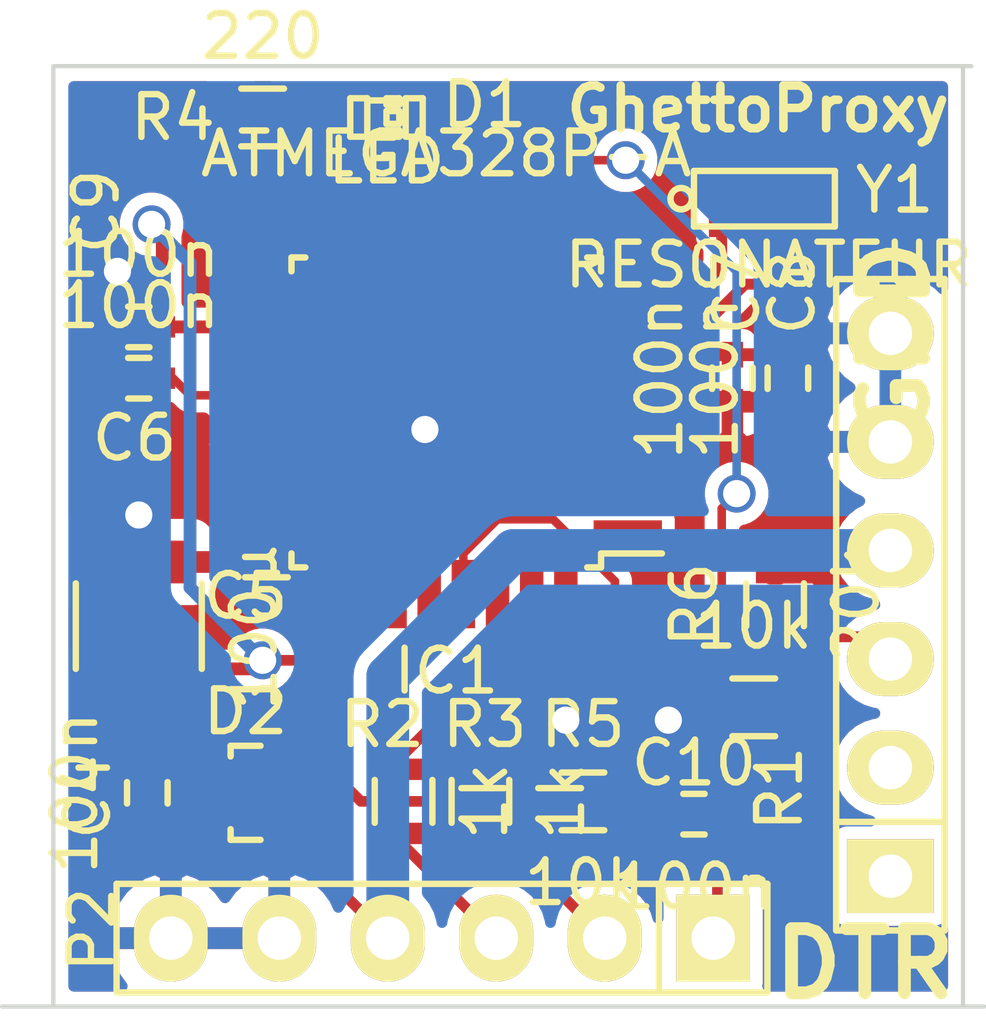
<source format=kicad_pcb>
(kicad_pcb (version 4) (host pcbnew "(2014-11-21 BZR 5297)-product")

  (general
    (links 41)
    (no_connects 0)
    (area 153.249999 98.949999 176.350001 126.050001)
    (thickness 1.6)
    (drawings 8)
    (tracks 125)
    (zones 0)
    (modules 19)
    (nets 37)
  )

  (page A4)
  (layers
    (0 F.Cu signal)
    (31 B.Cu signal)
    (32 B.Adhes user hide)
    (33 F.Adhes user hide)
    (34 B.Paste user)
    (35 F.Paste user)
    (36 B.SilkS user)
    (37 F.SilkS user)
    (38 B.Mask user)
    (39 F.Mask user)
    (40 Dwgs.User user hide)
    (41 Cmts.User user hide)
    (42 Eco1.User user hide)
    (43 Eco2.User user hide)
    (44 Edge.Cuts user)
    (45 Margin user hide)
    (46 B.CrtYd user hide)
    (47 F.CrtYd user hide)
    (48 B.Fab user hide)
    (49 F.Fab user hide)
  )

  (setup
    (last_trace_width 0.2)
    (user_trace_width 0.2)
    (user_trace_width 0.25)
    (user_trace_width 0.3)
    (user_trace_width 0.5)
    (user_trace_width 1)
    (trace_clearance 0.15)
    (zone_clearance 0.3)
    (zone_45_only no)
    (trace_min 0.15)
    (segment_width 0.2)
    (edge_width 0.1)
    (via_size 0.889)
    (via_drill 0.635)
    (via_min_size 0.6)
    (via_min_drill 0.3)
    (uvia_size 0.508)
    (uvia_drill 0.127)
    (uvias_allowed no)
    (uvia_min_size 0.508)
    (uvia_min_drill 0.127)
    (pcb_text_width 0.3)
    (pcb_text_size 1.5 1.5)
    (mod_edge_width 0.15)
    (mod_text_size 1 1)
    (mod_text_width 0.15)
    (pad_size 0.6 1.8)
    (pad_drill 0)
    (pad_to_mask_clearance 0)
    (aux_axis_origin 0 0)
    (visible_elements FFFE5A29)
    (pcbplotparams
      (layerselection 0x010e0_80000001)
      (usegerberextensions true)
      (excludeedgelayer true)
      (linewidth 0.150000)
      (plotframeref false)
      (viasonmask false)
      (mode 1)
      (useauxorigin false)
      (hpglpennumber 1)
      (hpglpenspeed 20)
      (hpglpendiameter 15)
      (hpglpenoverlay 2)
      (psnegative false)
      (psa4output false)
      (plotreference true)
      (plotvalue false)
      (plotinvisibletext false)
      (padsonsilk false)
      (subtractmaskfromsilk true)
      (outputformat 1)
      (mirror false)
      (drillshape 0)
      (scaleselection 1)
      (outputdirectory gerber/))
  )

  (net 0 "")
  (net 1 GND)
  (net 2 "Net-(C6-Pad1)")
  (net 3 "Net-(C10-Pad1)")
  (net 4 /DTR)
  (net 5 "Net-(D1-Pad1)")
  (net 6 +5V)
  (net 7 "Net-(IC1-Pad1)")
  (net 8 "Net-(IC1-Pad2)")
  (net 9 "Net-(IC1-Pad7)")
  (net 10 "Net-(IC1-Pad8)")
  (net 11 "Net-(IC1-Pad9)")
  (net 12 "Net-(IC1-Pad10)")
  (net 13 "Net-(IC1-Pad11)")
  (net 14 "Net-(IC1-Pad12)")
  (net 15 "Net-(IC1-Pad13)")
  (net 16 "Net-(IC1-Pad14)")
  (net 17 "Net-(IC1-Pad15)")
  (net 18 "Net-(IC1-Pad16)")
  (net 19 "Net-(IC1-Pad17)")
  (net 20 "Net-(IC1-Pad19)")
  (net 21 "Net-(IC1-Pad22)")
  (net 22 "Net-(IC1-Pad23)")
  (net 23 "Net-(IC1-Pad24)")
  (net 24 "Net-(IC1-Pad25)")
  (net 25 "Net-(IC1-Pad26)")
  (net 26 "Net-(IC1-Pad27)")
  (net 27 "Net-(IC1-Pad28)")
  (net 28 "Net-(IC1-Pad30)")
  (net 29 "Net-(IC1-Pad31)")
  (net 30 "Net-(IC1-Pad32)")
  (net 31 "Net-(P1-Pad1)")
  (net 32 "Net-(P1-Pad2)")
  (net 33 /LTMOUT)
  (net 34 /TX)
  (net 35 /RX)
  (net 36 "Net-(D2-Pad1)")

  (net_class Default "Dies ist die voreingestellte Netzklasse."
    (clearance 0.15)
    (trace_width 0.254)
    (via_dia 0.889)
    (via_drill 0.635)
    (uvia_dia 0.508)
    (uvia_drill 0.127)
    (add_net +5V)
    (add_net /DTR)
    (add_net /LTMOUT)
    (add_net /RX)
    (add_net /TX)
    (add_net GND)
    (add_net "Net-(C10-Pad1)")
    (add_net "Net-(C6-Pad1)")
    (add_net "Net-(D1-Pad1)")
    (add_net "Net-(D2-Pad1)")
    (add_net "Net-(IC1-Pad1)")
    (add_net "Net-(IC1-Pad10)")
    (add_net "Net-(IC1-Pad11)")
    (add_net "Net-(IC1-Pad12)")
    (add_net "Net-(IC1-Pad13)")
    (add_net "Net-(IC1-Pad14)")
    (add_net "Net-(IC1-Pad15)")
    (add_net "Net-(IC1-Pad16)")
    (add_net "Net-(IC1-Pad17)")
    (add_net "Net-(IC1-Pad19)")
    (add_net "Net-(IC1-Pad2)")
    (add_net "Net-(IC1-Pad22)")
    (add_net "Net-(IC1-Pad23)")
    (add_net "Net-(IC1-Pad24)")
    (add_net "Net-(IC1-Pad25)")
    (add_net "Net-(IC1-Pad26)")
    (add_net "Net-(IC1-Pad27)")
    (add_net "Net-(IC1-Pad28)")
    (add_net "Net-(IC1-Pad30)")
    (add_net "Net-(IC1-Pad31)")
    (add_net "Net-(IC1-Pad32)")
    (add_net "Net-(IC1-Pad7)")
    (add_net "Net-(IC1-Pad8)")
    (add_net "Net-(IC1-Pad9)")
    (add_net "Net-(P1-Pad1)")
    (add_net "Net-(P1-Pad2)")
  )

  (module Capacitors_SMD:C_0402 (layer F.Cu) (tedit 54D5007F) (tstamp 54CEB202)
    (at 156.7 116 270)
    (descr "Capacitor SMD 0402, reflow soldering, AVX (see smccp.pdf)")
    (tags "capacitor 0402")
    (path /54CED9B4)
    (attr smd)
    (fp_text reference C4 (at 0.1 1.4 450) (layer F.SilkS)
      (effects (font (size 1 1) (thickness 0.15)))
    )
    (fp_text value 100n (at 0 1.7 270) (layer F.SilkS)
      (effects (font (size 1 1) (thickness 0.15)))
    )
    (fp_line (start -1.15 -0.6) (end 1.15 -0.6) (layer F.CrtYd) (width 0.05))
    (fp_line (start -1.15 0.6) (end 1.15 0.6) (layer F.CrtYd) (width 0.05))
    (fp_line (start -1.15 -0.6) (end -1.15 0.6) (layer F.CrtYd) (width 0.05))
    (fp_line (start 1.15 -0.6) (end 1.15 0.6) (layer F.CrtYd) (width 0.05))
    (fp_line (start 0.25 -0.475) (end -0.25 -0.475) (layer F.SilkS) (width 0.15))
    (fp_line (start -0.25 0.475) (end 0.25 0.475) (layer F.SilkS) (width 0.15))
    (pad 1 smd rect (at -0.55 0 270) (size 0.6 0.5) (layers F.Cu F.Paste F.Mask)
      (net 6 +5V))
    (pad 2 smd rect (at 0.55 0 270) (size 0.6 0.5) (layers F.Cu F.Paste F.Mask)
      (net 1 GND))
    (model Capacitors_SMD/C_0402.wrl
      (at (xyz 0 0 0))
      (scale (xyz 1 1 1))
      (rotate (xyz 0 0 0))
    )
  )

  (module Capacitors_SMD:C_0402 (layer F.Cu) (tedit 54D503AA) (tstamp 54CEB21A)
    (at 156.5 106.3 180)
    (descr "Capacitor SMD 0402, reflow soldering, AVX (see smccp.pdf)")
    (tags "capacitor 0402")
    (path /54CEA9D5)
    (attr smd)
    (fp_text reference C6 (at 0.1 -1.4 180) (layer F.SilkS)
      (effects (font (size 1 1) (thickness 0.15)))
    )
    (fp_text value 100n (at 0 1.7 180) (layer F.SilkS)
      (effects (font (size 1 1) (thickness 0.15)))
    )
    (fp_line (start -1.15 -0.6) (end 1.15 -0.6) (layer F.CrtYd) (width 0.05))
    (fp_line (start -1.15 0.6) (end 1.15 0.6) (layer F.CrtYd) (width 0.05))
    (fp_line (start -1.15 -0.6) (end -1.15 0.6) (layer F.CrtYd) (width 0.05))
    (fp_line (start 1.15 -0.6) (end 1.15 0.6) (layer F.CrtYd) (width 0.05))
    (fp_line (start 0.25 -0.475) (end -0.25 -0.475) (layer F.SilkS) (width 0.15))
    (fp_line (start -0.25 0.475) (end 0.25 0.475) (layer F.SilkS) (width 0.15))
    (pad 1 smd rect (at -0.55 0 180) (size 0.6 0.5) (layers F.Cu F.Paste F.Mask)
      (net 2 "Net-(C6-Pad1)"))
    (pad 2 smd rect (at 0.55 0 180) (size 0.6 0.5) (layers F.Cu F.Paste F.Mask)
      (net 1 GND))
    (model Capacitors_SMD/C_0402.wrl
      (at (xyz 0 0 0))
      (scale (xyz 1 1 1))
      (rotate (xyz 0 0 0))
    )
  )

  (module Capacitors_SMD:C_0402 (layer F.Cu) (tedit 54CEC150) (tstamp 54CEB226)
    (at 170.4 106.3 270)
    (descr "Capacitor SMD 0402, reflow soldering, AVX (see smccp.pdf)")
    (tags "capacitor 0402")
    (path /54CED869)
    (attr smd)
    (fp_text reference C7 (at -2 -0.1 270) (layer F.SilkS)
      (effects (font (size 1 1) (thickness 0.15)))
    )
    (fp_text value 100n (at 0 1.7 270) (layer F.SilkS)
      (effects (font (size 1 1) (thickness 0.15)))
    )
    (fp_line (start -1.15 -0.6) (end 1.15 -0.6) (layer F.CrtYd) (width 0.05))
    (fp_line (start -1.15 0.6) (end 1.15 0.6) (layer F.CrtYd) (width 0.05))
    (fp_line (start -1.15 -0.6) (end -1.15 0.6) (layer F.CrtYd) (width 0.05))
    (fp_line (start 1.15 -0.6) (end 1.15 0.6) (layer F.CrtYd) (width 0.05))
    (fp_line (start 0.25 -0.475) (end -0.25 -0.475) (layer F.SilkS) (width 0.15))
    (fp_line (start -0.25 0.475) (end 0.25 0.475) (layer F.SilkS) (width 0.15))
    (pad 1 smd rect (at -0.55 0 270) (size 0.6 0.5) (layers F.Cu F.Paste F.Mask)
      (net 6 +5V))
    (pad 2 smd rect (at 0.55 0 270) (size 0.6 0.5) (layers F.Cu F.Paste F.Mask)
      (net 1 GND))
    (model Capacitors_SMD/C_0402.wrl
      (at (xyz 0 0 0))
      (scale (xyz 1 1 1))
      (rotate (xyz 0 0 0))
    )
  )

  (module Capacitors_SMD:C_0402 (layer F.Cu) (tedit 54CEC144) (tstamp 54CEB232)
    (at 171.7 106.3 270)
    (descr "Capacitor SMD 0402, reflow soldering, AVX (see smccp.pdf)")
    (tags "capacitor 0402")
    (path /54CED939)
    (attr smd)
    (fp_text reference C8 (at -2 -0.1 270) (layer F.SilkS)
      (effects (font (size 1 1) (thickness 0.15)))
    )
    (fp_text value 100n (at 0 1.7 270) (layer F.SilkS)
      (effects (font (size 1 1) (thickness 0.15)))
    )
    (fp_line (start -1.15 -0.6) (end 1.15 -0.6) (layer F.CrtYd) (width 0.05))
    (fp_line (start -1.15 0.6) (end 1.15 0.6) (layer F.CrtYd) (width 0.05))
    (fp_line (start -1.15 -0.6) (end -1.15 0.6) (layer F.CrtYd) (width 0.05))
    (fp_line (start 1.15 -0.6) (end 1.15 0.6) (layer F.CrtYd) (width 0.05))
    (fp_line (start 0.25 -0.475) (end -0.25 -0.475) (layer F.SilkS) (width 0.15))
    (fp_line (start -0.25 0.475) (end 0.25 0.475) (layer F.SilkS) (width 0.15))
    (pad 1 smd rect (at -0.55 0 270) (size 0.6 0.5) (layers F.Cu F.Paste F.Mask)
      (net 6 +5V))
    (pad 2 smd rect (at 0.55 0 270) (size 0.6 0.5) (layers F.Cu F.Paste F.Mask)
      (net 1 GND))
    (model Capacitors_SMD/C_0402.wrl
      (at (xyz 0 0 0))
      (scale (xyz 1 1 1))
      (rotate (xyz 0 0 0))
    )
  )

  (module Capacitors_SMD:C_0402 (layer F.Cu) (tedit 54D503B2) (tstamp 54CEB23E)
    (at 156.5 105.1 180)
    (descr "Capacitor SMD 0402, reflow soldering, AVX (see smccp.pdf)")
    (tags "capacitor 0402")
    (path /54CED974)
    (attr smd)
    (fp_text reference C9 (at 1 2.7 450) (layer F.SilkS)
      (effects (font (size 1 1) (thickness 0.15)))
    )
    (fp_text value 100n (at 0 1.7 180) (layer F.SilkS)
      (effects (font (size 1 1) (thickness 0.15)))
    )
    (fp_line (start -1.15 -0.6) (end 1.15 -0.6) (layer F.CrtYd) (width 0.05))
    (fp_line (start -1.15 0.6) (end 1.15 0.6) (layer F.CrtYd) (width 0.05))
    (fp_line (start -1.15 -0.6) (end -1.15 0.6) (layer F.CrtYd) (width 0.05))
    (fp_line (start 1.15 -0.6) (end 1.15 0.6) (layer F.CrtYd) (width 0.05))
    (fp_line (start 0.25 -0.475) (end -0.25 -0.475) (layer F.SilkS) (width 0.15))
    (fp_line (start -0.25 0.475) (end 0.25 0.475) (layer F.SilkS) (width 0.15))
    (pad 1 smd rect (at -0.55 0 180) (size 0.6 0.5) (layers F.Cu F.Paste F.Mask)
      (net 6 +5V))
    (pad 2 smd rect (at 0.55 0 180) (size 0.6 0.5) (layers F.Cu F.Paste F.Mask)
      (net 1 GND))
    (model Capacitors_SMD/C_0402.wrl
      (at (xyz 0 0 0))
      (scale (xyz 1 1 1))
      (rotate (xyz 0 0 0))
    )
  )

  (module Capacitors_SMD:C_0402 (layer F.Cu) (tedit 54D50269) (tstamp 54CEB24A)
    (at 169.5 116.5)
    (descr "Capacitor SMD 0402, reflow soldering, AVX (see smccp.pdf)")
    (tags "capacitor 0402")
    (path /54CEAE94)
    (attr smd)
    (fp_text reference C10 (at 0 -1.2) (layer F.SilkS)
      (effects (font (size 1 1) (thickness 0.15)))
    )
    (fp_text value 100n (at 0 1.7) (layer F.SilkS)
      (effects (font (size 1 1) (thickness 0.15)))
    )
    (fp_line (start -1.15 -0.6) (end 1.15 -0.6) (layer F.CrtYd) (width 0.05))
    (fp_line (start -1.15 0.6) (end 1.15 0.6) (layer F.CrtYd) (width 0.05))
    (fp_line (start -1.15 -0.6) (end -1.15 0.6) (layer F.CrtYd) (width 0.05))
    (fp_line (start 1.15 -0.6) (end 1.15 0.6) (layer F.CrtYd) (width 0.05))
    (fp_line (start 0.25 -0.475) (end -0.25 -0.475) (layer F.SilkS) (width 0.15))
    (fp_line (start -0.25 0.475) (end 0.25 0.475) (layer F.SilkS) (width 0.15))
    (pad 1 smd rect (at -0.55 0) (size 0.6 0.5) (layers F.Cu F.Paste F.Mask)
      (net 3 "Net-(C10-Pad1)"))
    (pad 2 smd rect (at 0.55 0) (size 0.6 0.5) (layers F.Cu F.Paste F.Mask)
      (net 4 /DTR))
    (model Capacitors_SMD/C_0402.wrl
      (at (xyz 0 0 0))
      (scale (xyz 1 1 1))
      (rotate (xyz 0 0 0))
    )
  )

  (module LEDs:LED-0603 (layer F.Cu) (tedit 54CEC15A) (tstamp 54CEB266)
    (at 162.3 100.2)
    (descr "LED 0603 smd package")
    (tags "LED led 0603 SMD smd SMT smt smdled SMDLED smtled SMTLED")
    (path /54CEDFE5)
    (attr smd)
    (fp_text reference D1 (at 2.3 -0.3) (layer F.SilkS)
      (effects (font (size 1 1) (thickness 0.15)))
    )
    (fp_text value LED (at 0 1.016) (layer F.SilkS)
      (effects (font (size 1 1) (thickness 0.15)))
    )
    (fp_line (start 0.44958 -0.44958) (end 0.44958 0.44958) (layer F.SilkS) (width 0.15))
    (fp_line (start 0.44958 0.44958) (end 0.84836 0.44958) (layer F.SilkS) (width 0.15))
    (fp_line (start 0.84836 -0.44958) (end 0.84836 0.44958) (layer F.SilkS) (width 0.15))
    (fp_line (start 0.44958 -0.44958) (end 0.84836 -0.44958) (layer F.SilkS) (width 0.15))
    (fp_line (start -0.84836 -0.44958) (end -0.84836 0.44958) (layer F.SilkS) (width 0.15))
    (fp_line (start -0.84836 0.44958) (end -0.44958 0.44958) (layer F.SilkS) (width 0.15))
    (fp_line (start -0.44958 -0.44958) (end -0.44958 0.44958) (layer F.SilkS) (width 0.15))
    (fp_line (start -0.84836 -0.44958) (end -0.44958 -0.44958) (layer F.SilkS) (width 0.15))
    (fp_line (start 0 -0.44958) (end 0 -0.29972) (layer F.SilkS) (width 0.15))
    (fp_line (start 0 -0.29972) (end 0.29972 -0.29972) (layer F.SilkS) (width 0.15))
    (fp_line (start 0.29972 -0.44958) (end 0.29972 -0.29972) (layer F.SilkS) (width 0.15))
    (fp_line (start 0 -0.44958) (end 0.29972 -0.44958) (layer F.SilkS) (width 0.15))
    (fp_line (start 0 0.29972) (end 0 0.44958) (layer F.SilkS) (width 0.15))
    (fp_line (start 0 0.44958) (end 0.29972 0.44958) (layer F.SilkS) (width 0.15))
    (fp_line (start 0.29972 0.29972) (end 0.29972 0.44958) (layer F.SilkS) (width 0.15))
    (fp_line (start 0 0.29972) (end 0.29972 0.29972) (layer F.SilkS) (width 0.15))
    (fp_line (start 0 -0.14986) (end 0 0.14986) (layer F.SilkS) (width 0.15))
    (fp_line (start 0 0.14986) (end 0.29972 0.14986) (layer F.SilkS) (width 0.15))
    (fp_line (start 0.29972 -0.14986) (end 0.29972 0.14986) (layer F.SilkS) (width 0.15))
    (fp_line (start 0 -0.14986) (end 0.29972 -0.14986) (layer F.SilkS) (width 0.15))
    (fp_line (start 0.44958 -0.39878) (end -0.44958 -0.39878) (layer F.SilkS) (width 0.15))
    (fp_line (start 0.44958 0.39878) (end -0.44958 0.39878) (layer F.SilkS) (width 0.15))
    (pad 1 smd rect (at -0.7493 0) (size 0.79756 0.79756) (layers F.Cu F.Paste F.Mask)
      (net 5 "Net-(D1-Pad1)"))
    (pad 2 smd rect (at 0.7493 0) (size 0.79756 0.79756) (layers F.Cu F.Paste F.Mask)
      (net 1 GND))
  )

  (module Diodes_SMD:Diode_SOT23 (layer F.Cu) (tedit 54D500E6) (tstamp 54CEB26D)
    (at 159.3 116 90)
    (descr "SOT23, Standard, Diode,")
    (tags "SOT23, Standard, Diode,")
    (path /54CEEE24)
    (attr smd)
    (fp_text reference D2 (at 1.9 -0.3 180) (layer F.SilkS)
      (effects (font (size 1 1) (thickness 0.15)))
    )
    (fp_text value BAT54s (at 0 3.81 90) (layer F.SilkS) hide
      (effects (font (size 1 1) (thickness 0.15)))
    )
    (fp_line (start 0.89916 -0.65024) (end 0.8509 -0.65024) (layer F.SilkS) (width 0.15))
    (fp_line (start -1.09982 0.0508) (end -1.09982 -0.65024) (layer F.SilkS) (width 0.15))
    (fp_line (start -1.09982 -0.65024) (end -0.8509 -0.65024) (layer F.SilkS) (width 0.15))
    (fp_line (start 0.89916 -0.65024) (end 1.09982 -0.65024) (layer F.SilkS) (width 0.15))
    (fp_line (start 1.09982 -0.65024) (end 1.09982 0.0508) (layer F.SilkS) (width 0.15))
    (pad 1 smd rect (at -0.70104 1.00076 90) (size 0.8001 0.8001) (layers F.Cu F.Paste F.Mask)
      (net 36 "Net-(D2-Pad1)"))
    (pad 3 smd rect (at 0.70104 1.00076 90) (size 0.8001 0.8001) (layers F.Cu F.Paste F.Mask))
    (pad 2 smd rect (at 0 -0.99822 90) (size 0.8001 0.8001) (layers F.Cu F.Paste F.Mask)
      (net 6 +5V))
  )

  (module Housings_QFP:TQFP-32_7x7mm_Pitch0.8mm (layer F.Cu) (tedit 54130A77) (tstamp 54CEB291)
    (at 163.7 107.1 180)
    (descr "32-Lead Plastic Thin Quad Flatpack (PT) - 7x7x1.0 mm Body, 2.00 mm [TQFP] (see Microchip Packaging Specification 00000049BS.pdf)")
    (tags "QFP 0.8")
    (path /54CEAB35)
    (attr smd)
    (fp_text reference IC1 (at 0 -6.05 180) (layer F.SilkS)
      (effects (font (size 1 1) (thickness 0.15)))
    )
    (fp_text value ATMEGA328P-A (at 0 6.05 180) (layer F.SilkS)
      (effects (font (size 1 1) (thickness 0.15)))
    )
    (fp_line (start -5.3 -5.3) (end -5.3 5.3) (layer F.CrtYd) (width 0.05))
    (fp_line (start 5.3 -5.3) (end 5.3 5.3) (layer F.CrtYd) (width 0.05))
    (fp_line (start -5.3 -5.3) (end 5.3 -5.3) (layer F.CrtYd) (width 0.05))
    (fp_line (start -5.3 5.3) (end 5.3 5.3) (layer F.CrtYd) (width 0.05))
    (fp_line (start -3.625 -3.625) (end -3.625 -3.3) (layer F.SilkS) (width 0.15))
    (fp_line (start 3.625 -3.625) (end 3.625 -3.3) (layer F.SilkS) (width 0.15))
    (fp_line (start 3.625 3.625) (end 3.625 3.3) (layer F.SilkS) (width 0.15))
    (fp_line (start -3.625 3.625) (end -3.625 3.3) (layer F.SilkS) (width 0.15))
    (fp_line (start -3.625 -3.625) (end -3.3 -3.625) (layer F.SilkS) (width 0.15))
    (fp_line (start -3.625 3.625) (end -3.3 3.625) (layer F.SilkS) (width 0.15))
    (fp_line (start 3.625 3.625) (end 3.3 3.625) (layer F.SilkS) (width 0.15))
    (fp_line (start 3.625 -3.625) (end 3.3 -3.625) (layer F.SilkS) (width 0.15))
    (fp_line (start -3.625 -3.3) (end -5.05 -3.3) (layer F.SilkS) (width 0.15))
    (pad 1 smd rect (at -4.25 -2.8 180) (size 1.6 0.55) (layers F.Cu F.Paste F.Mask)
      (net 7 "Net-(IC1-Pad1)"))
    (pad 2 smd rect (at -4.25 -2 180) (size 1.6 0.55) (layers F.Cu F.Paste F.Mask)
      (net 8 "Net-(IC1-Pad2)"))
    (pad 3 smd rect (at -4.25 -1.2 180) (size 1.6 0.55) (layers F.Cu F.Paste F.Mask)
      (net 1 GND))
    (pad 4 smd rect (at -4.25 -0.4 180) (size 1.6 0.55) (layers F.Cu F.Paste F.Mask)
      (net 6 +5V))
    (pad 5 smd rect (at -4.25 0.4 180) (size 1.6 0.55) (layers F.Cu F.Paste F.Mask)
      (net 1 GND))
    (pad 6 smd rect (at -4.25 1.2 180) (size 1.6 0.55) (layers F.Cu F.Paste F.Mask)
      (net 6 +5V))
    (pad 7 smd rect (at -4.25 2 180) (size 1.6 0.55) (layers F.Cu F.Paste F.Mask)
      (net 9 "Net-(IC1-Pad7)"))
    (pad 8 smd rect (at -4.25 2.8 180) (size 1.6 0.55) (layers F.Cu F.Paste F.Mask)
      (net 10 "Net-(IC1-Pad8)"))
    (pad 9 smd rect (at -2.8 4.25 270) (size 1.6 0.55) (layers F.Cu F.Paste F.Mask)
      (net 11 "Net-(IC1-Pad9)"))
    (pad 10 smd rect (at -2 4.25 270) (size 1.6 0.55) (layers F.Cu F.Paste F.Mask)
      (net 12 "Net-(IC1-Pad10)"))
    (pad 11 smd rect (at -1.2 4.25 270) (size 1.6 0.55) (layers F.Cu F.Paste F.Mask)
      (net 13 "Net-(IC1-Pad11)"))
    (pad 12 smd rect (at -0.4 4.25 270) (size 1.6 0.55) (layers F.Cu F.Paste F.Mask)
      (net 14 "Net-(IC1-Pad12)"))
    (pad 13 smd rect (at 0.4 4.25 270) (size 1.6 0.55) (layers F.Cu F.Paste F.Mask)
      (net 15 "Net-(IC1-Pad13)"))
    (pad 14 smd rect (at 1.2 4.25 270) (size 1.6 0.55) (layers F.Cu F.Paste F.Mask)
      (net 16 "Net-(IC1-Pad14)"))
    (pad 15 smd rect (at 2 4.25 270) (size 1.6 0.55) (layers F.Cu F.Paste F.Mask)
      (net 17 "Net-(IC1-Pad15)"))
    (pad 16 smd rect (at 2.8 4.25 270) (size 1.6 0.55) (layers F.Cu F.Paste F.Mask)
      (net 18 "Net-(IC1-Pad16)"))
    (pad 17 smd rect (at 4.25 2.8 180) (size 1.6 0.55) (layers F.Cu F.Paste F.Mask)
      (net 19 "Net-(IC1-Pad17)"))
    (pad 18 smd rect (at 4.25 2 180) (size 1.6 0.55) (layers F.Cu F.Paste F.Mask)
      (net 6 +5V))
    (pad 19 smd rect (at 4.25 1.2 180) (size 1.6 0.55) (layers F.Cu F.Paste F.Mask)
      (net 20 "Net-(IC1-Pad19)"))
    (pad 20 smd rect (at 4.25 0.4 180) (size 1.6 0.55) (layers F.Cu F.Paste F.Mask)
      (net 2 "Net-(C6-Pad1)"))
    (pad 21 smd rect (at 4.25 -0.4 180) (size 1.6 0.55) (layers F.Cu F.Paste F.Mask)
      (net 1 GND))
    (pad 22 smd rect (at 4.25 -1.2 180) (size 1.6 0.55) (layers F.Cu F.Paste F.Mask)
      (net 21 "Net-(IC1-Pad22)"))
    (pad 23 smd rect (at 4.25 -2 180) (size 1.6 0.55) (layers F.Cu F.Paste F.Mask)
      (net 22 "Net-(IC1-Pad23)"))
    (pad 24 smd rect (at 4.25 -2.8 180) (size 1.6 0.55) (layers F.Cu F.Paste F.Mask)
      (net 23 "Net-(IC1-Pad24)"))
    (pad 25 smd rect (at 2.8 -4.25 270) (size 1.6 0.55) (layers F.Cu F.Paste F.Mask)
      (net 24 "Net-(IC1-Pad25)"))
    (pad 26 smd rect (at 2 -4.25 270) (size 1.6 0.55) (layers F.Cu F.Paste F.Mask)
      (net 25 "Net-(IC1-Pad26)"))
    (pad 27 smd rect (at 1.2 -4.25 270) (size 1.6 0.55) (layers F.Cu F.Paste F.Mask)
      (net 26 "Net-(IC1-Pad27)"))
    (pad 28 smd rect (at 0.4 -4.25 270) (size 1.6 0.55) (layers F.Cu F.Paste F.Mask)
      (net 27 "Net-(IC1-Pad28)"))
    (pad 29 smd rect (at -0.4 -4.25 270) (size 1.6 0.55) (layers F.Cu F.Paste F.Mask)
      (net 3 "Net-(C10-Pad1)"))
    (pad 30 smd rect (at -1.2 -4.25 270) (size 1.6 0.55) (layers F.Cu F.Paste F.Mask)
      (net 28 "Net-(IC1-Pad30)"))
    (pad 31 smd rect (at -2 -4.25 270) (size 1.6 0.55) (layers F.Cu F.Paste F.Mask)
      (net 29 "Net-(IC1-Pad31)"))
    (pad 32 smd rect (at -2.8 -4.25 270) (size 1.6 0.55) (layers F.Cu F.Paste F.Mask)
      (net 30 "Net-(IC1-Pad32)"))
    (model Housings_QFP/TQFP-32_7x7mm_Pitch0.8mm.wrl
      (at (xyz 0 0 0))
      (scale (xyz 1 1 1))
      (rotate (xyz 0 0 0))
    )
  )

  (module Pin_Headers:Pin_Header_Straight_1x06 (layer F.Cu) (tedit 54CEC0DD) (tstamp 54CEB29B)
    (at 174.1 111.6 90)
    (descr "Through hole pin header")
    (tags "pin header")
    (path /54CEA269)
    (fp_text reference P1 (at 0 -2.286 90) (layer F.SilkS) hide
      (effects (font (size 1 1) (thickness 0.15)))
    )
    (fp_text value OpenLRS (at 0 0 90) (layer F.SilkS) hide
      (effects (font (size 1 1) (thickness 0.15)))
    )
    (fp_line (start -5.08 -1.27) (end 7.62 -1.27) (layer F.SilkS) (width 0.15))
    (fp_line (start 7.62 -1.27) (end 7.62 1.27) (layer F.SilkS) (width 0.15))
    (fp_line (start 7.62 1.27) (end -5.08 1.27) (layer F.SilkS) (width 0.15))
    (fp_line (start -7.62 -1.27) (end -5.08 -1.27) (layer F.SilkS) (width 0.15))
    (fp_line (start -5.08 -1.27) (end -5.08 1.27) (layer F.SilkS) (width 0.15))
    (fp_line (start -7.62 -1.27) (end -7.62 1.27) (layer F.SilkS) (width 0.15))
    (fp_line (start -7.62 1.27) (end -5.08 1.27) (layer F.SilkS) (width 0.15))
    (pad 1 thru_hole rect (at -6.35 0 90) (size 1.7272 2.032) (drill 1.016) (layers *.Cu *.Mask F.SilkS)
      (net 31 "Net-(P1-Pad1)"))
    (pad 2 thru_hole oval (at -3.81 0 90) (size 1.7272 2.032) (drill 1.016) (layers *.Cu *.Mask F.SilkS)
      (net 32 "Net-(P1-Pad2)"))
    (pad 3 thru_hole oval (at -1.27 0 90) (size 1.7272 2.032) (drill 1.016) (layers *.Cu *.Mask F.SilkS)
      (net 33 /LTMOUT))
    (pad 4 thru_hole oval (at 1.27 0 90) (size 1.7272 2.032) (drill 1.016) (layers *.Cu *.Mask F.SilkS)
      (net 36 "Net-(D2-Pad1)"))
    (pad 5 thru_hole oval (at 3.81 0 90) (size 1.7272 2.032) (drill 1.016) (layers *.Cu *.Mask F.SilkS)
      (net 1 GND))
    (pad 6 thru_hole oval (at 6.35 0 90) (size 1.7272 2.032) (drill 1.016) (layers *.Cu *.Mask F.SilkS)
      (net 1 GND))
    (model Pin_Headers/Pin_Header_Straight_1x06.wrl
      (at (xyz 0 0 0))
      (scale (xyz 1 1 1))
      (rotate (xyz 0 0 0))
    )
  )

  (module Pin_Headers:Pin_Header_Straight_1x06 (layer F.Cu) (tedit 54D50359) (tstamp 54CEB34B)
    (at 163.6 119.4 180)
    (descr "Through hole pin header")
    (tags "pin header")
    (path /54CEB660)
    (fp_text reference P2 (at 8.2 0.2 270) (layer F.SilkS)
      (effects (font (size 1 1) (thickness 0.15)))
    )
    (fp_text value Telemetrie (at 0 0 180) (layer F.SilkS) hide
      (effects (font (size 1 1) (thickness 0.15)))
    )
    (fp_line (start -5.08 -1.27) (end 7.62 -1.27) (layer F.SilkS) (width 0.15))
    (fp_line (start 7.62 -1.27) (end 7.62 1.27) (layer F.SilkS) (width 0.15))
    (fp_line (start 7.62 1.27) (end -5.08 1.27) (layer F.SilkS) (width 0.15))
    (fp_line (start -7.62 -1.27) (end -5.08 -1.27) (layer F.SilkS) (width 0.15))
    (fp_line (start -5.08 -1.27) (end -5.08 1.27) (layer F.SilkS) (width 0.15))
    (fp_line (start -7.62 -1.27) (end -7.62 1.27) (layer F.SilkS) (width 0.15))
    (fp_line (start -7.62 1.27) (end -5.08 1.27) (layer F.SilkS) (width 0.15))
    (pad 1 thru_hole rect (at -6.35 0 180) (size 1.7272 2.032) (drill 1.016) (layers *.Cu *.Mask F.SilkS)
      (net 4 /DTR))
    (pad 2 thru_hole oval (at -3.81 0 180) (size 1.7272 2.032) (drill 1.016) (layers *.Cu *.Mask F.SilkS)
      (net 34 /TX))
    (pad 3 thru_hole oval (at -1.27 0 180) (size 1.7272 2.032) (drill 1.016) (layers *.Cu *.Mask F.SilkS)
      (net 35 /RX))
    (pad 4 thru_hole oval (at 1.27 0 180) (size 1.7272 2.032) (drill 1.016) (layers *.Cu *.Mask F.SilkS)
      (net 36 "Net-(D2-Pad1)"))
    (pad 5 thru_hole oval (at 3.81 0 180) (size 1.7272 2.032) (drill 1.016) (layers *.Cu *.Mask F.SilkS)
      (net 1 GND))
    (pad 6 thru_hole oval (at 6.35 0 180) (size 1.7272 2.032) (drill 1.016) (layers *.Cu *.Mask F.SilkS)
      (net 1 GND))
    (model Pin_Headers/Pin_Header_Straight_1x06.wrl
      (at (xyz 0 0 0))
      (scale (xyz 1 1 1))
      (rotate (xyz 0 0 0))
    )
  )

  (module Resistors_SMD:R_0603 (layer F.Cu) (tedit 54D500A9) (tstamp 54CEB2B1)
    (at 170.9 114 180)
    (descr "Resistor SMD 0603, reflow soldering, Vishay (see dcrcw.pdf)")
    (tags "resistor 0603")
    (path /54CEB295)
    (attr smd)
    (fp_text reference R1 (at -0.6 -1.9 270) (layer F.SilkS)
      (effects (font (size 1 1) (thickness 0.15)))
    )
    (fp_text value 10k (at 0 1.9 180) (layer F.SilkS)
      (effects (font (size 1 1) (thickness 0.15)))
    )
    (fp_line (start -1.3 -0.8) (end 1.3 -0.8) (layer F.CrtYd) (width 0.05))
    (fp_line (start -1.3 0.8) (end 1.3 0.8) (layer F.CrtYd) (width 0.05))
    (fp_line (start -1.3 -0.8) (end -1.3 0.8) (layer F.CrtYd) (width 0.05))
    (fp_line (start 1.3 -0.8) (end 1.3 0.8) (layer F.CrtYd) (width 0.05))
    (fp_line (start 0.5 0.675) (end -0.5 0.675) (layer F.SilkS) (width 0.15))
    (fp_line (start -0.5 -0.675) (end 0.5 -0.675) (layer F.SilkS) (width 0.15))
    (pad 1 smd rect (at -0.75 0 180) (size 0.5 0.9) (layers F.Cu F.Paste F.Mask)
      (net 33 /LTMOUT))
    (pad 2 smd rect (at 0.75 0 180) (size 0.5 0.9) (layers F.Cu F.Paste F.Mask)
      (net 15 "Net-(IC1-Pad13)"))
    (model Resistors_SMD/R_0603.wrl
      (at (xyz 0 0 0))
      (scale (xyz 1 1 1))
      (rotate (xyz 0 0 0))
    )
  )

  (module Resistors_SMD:R_0603 (layer F.Cu) (tedit 54D500CE) (tstamp 54CEB2BD)
    (at 162.7 116.2 90)
    (descr "Resistor SMD 0603, reflow soldering, Vishay (see dcrcw.pdf)")
    (tags "resistor 0603")
    (path /54CEAF9E)
    (attr smd)
    (fp_text reference R2 (at 1.8 -0.5 180) (layer F.SilkS)
      (effects (font (size 1 1) (thickness 0.15)))
    )
    (fp_text value 1k (at 0 1.9 90) (layer F.SilkS)
      (effects (font (size 1 1) (thickness 0.15)))
    )
    (fp_line (start -1.3 -0.8) (end 1.3 -0.8) (layer F.CrtYd) (width 0.05))
    (fp_line (start -1.3 0.8) (end 1.3 0.8) (layer F.CrtYd) (width 0.05))
    (fp_line (start -1.3 -0.8) (end -1.3 0.8) (layer F.CrtYd) (width 0.05))
    (fp_line (start 1.3 -0.8) (end 1.3 0.8) (layer F.CrtYd) (width 0.05))
    (fp_line (start 0.5 0.675) (end -0.5 0.675) (layer F.SilkS) (width 0.15))
    (fp_line (start -0.5 -0.675) (end 0.5 -0.675) (layer F.SilkS) (width 0.15))
    (pad 1 smd rect (at -0.75 0 90) (size 0.5 0.9) (layers F.Cu F.Paste F.Mask)
      (net 35 /RX))
    (pad 2 smd rect (at 0.75 0 90) (size 0.5 0.9) (layers F.Cu F.Paste F.Mask)
      (net 28 "Net-(IC1-Pad30)"))
    (model Resistors_SMD/R_0603.wrl
      (at (xyz 0 0 0))
      (scale (xyz 1 1 1))
      (rotate (xyz 0 0 0))
    )
  )

  (module Resistors_SMD:R_0603 (layer F.Cu) (tedit 54D502CD) (tstamp 54CEB2C9)
    (at 164.5 116.2 90)
    (descr "Resistor SMD 0603, reflow soldering, Vishay (see dcrcw.pdf)")
    (tags "resistor 0603")
    (path /54CEB034)
    (attr smd)
    (fp_text reference R3 (at 1.8 0.1 180) (layer F.SilkS)
      (effects (font (size 1 1) (thickness 0.15)))
    )
    (fp_text value 1k (at 0 1.9 90) (layer F.SilkS)
      (effects (font (size 1 1) (thickness 0.15)))
    )
    (fp_line (start -1.3 -0.8) (end 1.3 -0.8) (layer F.CrtYd) (width 0.05))
    (fp_line (start -1.3 0.8) (end 1.3 0.8) (layer F.CrtYd) (width 0.05))
    (fp_line (start -1.3 -0.8) (end -1.3 0.8) (layer F.CrtYd) (width 0.05))
    (fp_line (start 1.3 -0.8) (end 1.3 0.8) (layer F.CrtYd) (width 0.05))
    (fp_line (start 0.5 0.675) (end -0.5 0.675) (layer F.SilkS) (width 0.15))
    (fp_line (start -0.5 -0.675) (end 0.5 -0.675) (layer F.SilkS) (width 0.15))
    (pad 1 smd rect (at -0.75 0 90) (size 0.5 0.9) (layers F.Cu F.Paste F.Mask)
      (net 34 /TX))
    (pad 2 smd rect (at 0.75 0 90) (size 0.5 0.9) (layers F.Cu F.Paste F.Mask)
      (net 29 "Net-(IC1-Pad31)"))
    (model Resistors_SMD/R_0603.wrl
      (at (xyz 0 0 0))
      (scale (xyz 1 1 1))
      (rotate (xyz 0 0 0))
    )
  )

  (module Resistors_SMD:R_0603 (layer F.Cu) (tedit 54CEC15E) (tstamp 54CEB2D5)
    (at 159.4 100.2 180)
    (descr "Resistor SMD 0603, reflow soldering, Vishay (see dcrcw.pdf)")
    (tags "resistor 0603")
    (path /54CED56F)
    (attr smd)
    (fp_text reference R4 (at 2.1 0 180) (layer F.SilkS)
      (effects (font (size 1 1) (thickness 0.15)))
    )
    (fp_text value 220 (at 0 1.9 180) (layer F.SilkS)
      (effects (font (size 1 1) (thickness 0.15)))
    )
    (fp_line (start -1.3 -0.8) (end 1.3 -0.8) (layer F.CrtYd) (width 0.05))
    (fp_line (start -1.3 0.8) (end 1.3 0.8) (layer F.CrtYd) (width 0.05))
    (fp_line (start -1.3 -0.8) (end -1.3 0.8) (layer F.CrtYd) (width 0.05))
    (fp_line (start 1.3 -0.8) (end 1.3 0.8) (layer F.CrtYd) (width 0.05))
    (fp_line (start 0.5 0.675) (end -0.5 0.675) (layer F.SilkS) (width 0.15))
    (fp_line (start -0.5 -0.675) (end 0.5 -0.675) (layer F.SilkS) (width 0.15))
    (pad 1 smd rect (at -0.75 0 180) (size 0.5 0.9) (layers F.Cu F.Paste F.Mask)
      (net 5 "Net-(D1-Pad1)"))
    (pad 2 smd rect (at 0.75 0 180) (size 0.5 0.9) (layers F.Cu F.Paste F.Mask)
      (net 19 "Net-(IC1-Pad17)"))
    (model Resistors_SMD/R_0603.wrl
      (at (xyz 0 0 0))
      (scale (xyz 1 1 1))
      (rotate (xyz 0 0 0))
    )
  )

  (module Resistors_SMD:R_0603 (layer F.Cu) (tedit 54D502D1) (tstamp 54CEB2E1)
    (at 166.9 116.2)
    (descr "Resistor SMD 0603, reflow soldering, Vishay (see dcrcw.pdf)")
    (tags "resistor 0603")
    (path /54CEACEF)
    (attr smd)
    (fp_text reference R5 (at 0 -1.8) (layer F.SilkS)
      (effects (font (size 1 1) (thickness 0.15)))
    )
    (fp_text value 10k (at 0 1.9) (layer F.SilkS)
      (effects (font (size 1 1) (thickness 0.15)))
    )
    (fp_line (start -1.3 -0.8) (end 1.3 -0.8) (layer F.CrtYd) (width 0.05))
    (fp_line (start -1.3 0.8) (end 1.3 0.8) (layer F.CrtYd) (width 0.05))
    (fp_line (start -1.3 -0.8) (end -1.3 0.8) (layer F.CrtYd) (width 0.05))
    (fp_line (start 1.3 -0.8) (end 1.3 0.8) (layer F.CrtYd) (width 0.05))
    (fp_line (start 0.5 0.675) (end -0.5 0.675) (layer F.SilkS) (width 0.15))
    (fp_line (start -0.5 -0.675) (end 0.5 -0.675) (layer F.SilkS) (width 0.15))
    (pad 1 smd rect (at -0.75 0) (size 0.5 0.9) (layers F.Cu F.Paste F.Mask)
      (net 6 +5V))
    (pad 2 smd rect (at 0.75 0) (size 0.5 0.9) (layers F.Cu F.Paste F.Mask)
      (net 3 "Net-(C10-Pad1)"))
    (model Resistors_SMD/R_0603.wrl
      (at (xyz 0 0 0))
      (scale (xyz 1 1 1))
      (rotate (xyz 0 0 0))
    )
  )

  (module Resonator:CerOsc_3,2x1,3 (layer F.Cu) (tedit 54CEC342) (tstamp 54CEC34A)
    (at 171.1 102.1)
    (path /54CEF277)
    (fp_text reference Y1 (at 3.1 -0.2) (layer F.SilkS)
      (effects (font (size 1 1) (thickness 0.15)))
    )
    (fp_text value RESONATEUR (at 0.15 1.55) (layer F.SilkS)
      (effects (font (size 1 1) (thickness 0.15)))
    )
    (fp_circle (center -1.9 0) (end -1.65 0) (layer F.SilkS) (width 0.15))
    (fp_line (start -1.6 0.65) (end 1.7 0.65) (layer F.SilkS) (width 0.15))
    (fp_line (start 1.7 0.65) (end 1.7 -0.65) (layer F.SilkS) (width 0.15))
    (fp_line (start 1.7 -0.65) (end -1.6 -0.65) (layer F.SilkS) (width 0.15))
    (fp_line (start -1.6 -0.65) (end -1.6 0.65) (layer F.SilkS) (width 0.15))
    (pad 1 smd rect (at -0.95 0) (size 0.6 1.8) (layers F.Cu F.Paste F.Mask)
      (net 10 "Net-(IC1-Pad8)"))
    (pad 2 smd rect (at 0 0) (size 0.6 1.8) (layers F.Cu F.Paste F.Mask)
      (net 1 GND))
    (pad 3 smd rect (at 0.949999 0) (size 0.6 1.8) (layers F.Cu F.Paste F.Mask)
      (net 9 "Net-(IC1-Pad7)"))
  )

  (module Capacitors_SMD:C_1210 (layer F.Cu) (tedit 54D50360) (tstamp 54D4FDD1)
    (at 156.5 112.1 90)
    (descr "Capacitor SMD 1210, reflow soldering, AVX (see smccp.pdf)")
    (tags "capacitor 1210")
    (path /54CEA86D)
    (attr smd)
    (fp_text reference C5 (at 0.7 2.5 180) (layer F.SilkS)
      (effects (font (size 1 1) (thickness 0.15)))
    )
    (fp_text value 100µ (at 0 2.7 90) (layer F.SilkS)
      (effects (font (size 1 1) (thickness 0.15)))
    )
    (fp_line (start -2.3 -1.6) (end 2.3 -1.6) (layer F.CrtYd) (width 0.05))
    (fp_line (start -2.3 1.6) (end 2.3 1.6) (layer F.CrtYd) (width 0.05))
    (fp_line (start -2.3 -1.6) (end -2.3 1.6) (layer F.CrtYd) (width 0.05))
    (fp_line (start 2.3 -1.6) (end 2.3 1.6) (layer F.CrtYd) (width 0.05))
    (fp_line (start 1 -1.475) (end -1 -1.475) (layer F.SilkS) (width 0.15))
    (fp_line (start -1 1.475) (end 1 1.475) (layer F.SilkS) (width 0.15))
    (pad 1 smd rect (at -1.5 0 90) (size 1 2.5) (layers F.Cu F.Paste F.Mask)
      (net 6 +5V))
    (pad 2 smd rect (at 1.5 0 90) (size 1 2.5) (layers F.Cu F.Paste F.Mask)
      (net 1 GND))
    (model Capacitors_SMD/C_1210.wrl
      (at (xyz 0 0 0))
      (scale (xyz 1 1 1))
      (rotate (xyz 0 0 0))
    )
  )

  (module Resistors_SMD:R_0603 (layer F.Cu) (tedit 5415CC62) (tstamp 54D4FDDB)
    (at 171.4 111.6 90)
    (descr "Resistor SMD 0603, reflow soldering, Vishay (see dcrcw.pdf)")
    (tags "resistor 0603")
    (path /54D50F51)
    (attr smd)
    (fp_text reference R6 (at 0 -1.9 90) (layer F.SilkS)
      (effects (font (size 1 1) (thickness 0.15)))
    )
    (fp_text value 20k (at 0 1.9 90) (layer F.SilkS)
      (effects (font (size 1 1) (thickness 0.15)))
    )
    (fp_line (start -1.3 -0.8) (end 1.3 -0.8) (layer F.CrtYd) (width 0.05))
    (fp_line (start -1.3 0.8) (end 1.3 0.8) (layer F.CrtYd) (width 0.05))
    (fp_line (start -1.3 -0.8) (end -1.3 0.8) (layer F.CrtYd) (width 0.05))
    (fp_line (start 1.3 -0.8) (end 1.3 0.8) (layer F.CrtYd) (width 0.05))
    (fp_line (start 0.5 0.675) (end -0.5 0.675) (layer F.SilkS) (width 0.15))
    (fp_line (start -0.5 -0.675) (end 0.5 -0.675) (layer F.SilkS) (width 0.15))
    (pad 1 smd rect (at -0.75 0 90) (size 0.5 0.9) (layers F.Cu F.Paste F.Mask)
      (net 33 /LTMOUT))
    (pad 2 smd rect (at 0.75 0 90) (size 0.5 0.9) (layers F.Cu F.Paste F.Mask)
      (net 1 GND))
    (model Resistors_SMD/R_0603.wrl
      (at (xyz 0 0 0))
      (scale (xyz 1 1 1))
      (rotate (xyz 0 0 0))
    )
  )

  (gr_line (start 175.8 121) (end 175.8 99) (angle 90) (layer Edge.Cuts) (width 0.1))
  (gr_line (start 154.5 121) (end 154.5 99) (angle 90) (layer Edge.Cuts) (width 0.1))
  (gr_text GhettoProxy (at 171 100) (layer F.SilkS)
    (effects (font (size 1 1) (thickness 0.2)))
  )
  (gr_text "GND\n" (at 174.2 105.4 90) (layer F.SilkS)
    (effects (font (size 1.5 1.5) (thickness 0.3)))
  )
  (gr_text "DTR\n" (at 173.5 120) (layer F.SilkS)
    (effects (font (size 1.5 1.5) (thickness 0.3)))
  )
  (gr_line (start 155 99) (end 154.5 99) (angle 90) (layer Edge.Cuts) (width 0.1))
  (gr_line (start 155 99) (end 176 99) (angle 90) (layer Edge.Cuts) (width 0.1))
  (gr_line (start 176.3 121) (end 153.3 121) (angle 90) (layer Edge.Cuts) (width 0.1))

  (via (at 168.9 114.3) (size 0.889) (layers F.Cu B.Cu) (net 1))
  (segment (start 170.31 107.79) (end 169.4 108.7) (width 0.2) (layer F.Cu) (net 1) (tstamp 54D50417))
  (segment (start 169.4 108.7) (end 169.4 113.8) (width 0.2) (layer F.Cu) (net 1) (tstamp 54D5041B))
  (segment (start 169.4 113.8) (end 168.9 114.3) (width 0.2) (layer F.Cu) (net 1) (tstamp 54D50425))
  (segment (start 174.1 107.79) (end 170.31 107.79) (width 0.2) (layer F.Cu) (net 1))
  (via (at 166.5 114.3) (size 0.889) (layers F.Cu B.Cu) (net 1))
  (segment (start 168.9 114.3) (end 166.5 114.3) (width 0.2) (layer B.Cu) (net 1) (tstamp 54D50429))
  (segment (start 174.1 107.79) (end 174.1 105.25) (width 0.5) (layer F.Cu) (net 1) (status 30))
  (segment (start 171.4 110.85) (end 171.4 107.15) (width 0.254) (layer F.Cu) (net 1) (status 10))
  (segment (start 171.4 107.15) (end 171.7 106.85) (width 0.254) (layer F.Cu) (net 1) (tstamp 54D50172) (status 20))
  (segment (start 156.5 111.1) (end 156.5 109.5) (width 0.3) (layer F.Cu) (net 1) (status 10))
  (via (at 156.5 109.5) (size 0.889) (layers F.Cu B.Cu) (net 1))
  (segment (start 159.45 107.5) (end 163.2 107.5) (width 0.3) (layer F.Cu) (net 1) (status 10))
  (segment (start 165.3 108.3) (end 167.95 108.3) (width 0.3) (layer F.Cu) (net 1) (tstamp 54CEB5FB) (status 20))
  (segment (start 163.2 107.5) (end 164.5 107.5) (width 0.3) (layer F.Cu) (net 1) (tstamp 54CEB90A))
  (segment (start 164.5 107.5) (end 165.3 108.3) (width 0.3) (layer F.Cu) (net 1) (tstamp 54CEB5FA))
  (segment (start 155.95 105.1) (end 155.95 106.4) (width 0.3) (layer F.Cu) (net 1) (status 30))
  (segment (start 155.95 106.4) (end 155.9 106.45) (width 0.3) (layer F.Cu) (net 1) (tstamp 54CEB5F3) (status 30))
  (segment (start 171.7 106.85) (end 170.4 106.85) (width 0.3) (layer F.Cu) (net 1) (status 30))
  (segment (start 167.95 108.3) (end 169.9 108.3) (width 0.3) (layer F.Cu) (net 1) (status 10))
  (segment (start 170.4 107.8) (end 170.4 106.85) (width 0.3) (layer F.Cu) (net 1) (tstamp 54CEB56D) (status 20))
  (segment (start 169.9 108.3) (end 170.4 107.8) (width 0.3) (layer F.Cu) (net 1) (tstamp 54CEB56C))
  (segment (start 167.95 106.7) (end 169.2 106.7) (width 0.3) (layer F.Cu) (net 1) (status 10))
  (segment (start 169.35 106.85) (end 170.4 106.85) (width 0.3) (layer F.Cu) (net 1) (tstamp 54CEB569) (status 20))
  (segment (start 169.2 106.7) (end 169.35 106.85) (width 0.3) (layer F.Cu) (net 1) (tstamp 54CEB568))
  (segment (start 159.4 107.5) (end 163.2 107.5) (width 0.254) (layer B.Cu) (net 1) (tstamp 54CEBB52))
  (segment (start 159.1 107.2) (end 159.4 107.5) (width 0.254) (layer B.Cu) (net 1) (tstamp 54CEBB51))
  (segment (start 159.1 103) (end 159.1 107.2) (width 0.254) (layer B.Cu) (net 1) (tstamp 54CEBB4F))
  (segment (start 157.8 101.7) (end 159.1 103) (width 0.254) (layer B.Cu) (net 1) (tstamp 54CEBB4E))
  (segment (start 156.1 101.7) (end 157.8 101.7) (width 0.254) (layer B.Cu) (net 1) (tstamp 54CEBB4D))
  (segment (start 155.5 102.3) (end 156.1 101.7) (width 0.254) (layer B.Cu) (net 1) (tstamp 54CEBB4C))
  (segment (start 155.5 103.3) (end 155.5 102.3) (width 0.254) (layer B.Cu) (net 1) (tstamp 54CEBB4B))
  (segment (start 156 103.8) (end 155.5 103.3) (width 0.254) (layer B.Cu) (net 1) (tstamp 54CEBB4A))
  (via (at 163.2 107.5) (size 0.889) (layers F.Cu B.Cu) (net 1))
  (via (at 156 103.8) (size 0.889) (layers F.Cu B.Cu) (net 1))
  (segment (start 155.95 103.85) (end 156 103.8) (width 0.254) (layer F.Cu) (net 1) (tstamp 54CEBB47))
  (segment (start 155.95 105.1) (end 155.95 103.85) (width 0.254) (layer F.Cu) (net 1) (status 10))
  (segment (start 156.5 104.3) (end 156 103.8) (width 0.254) (layer B.Cu) (net 1) (tstamp 54CEBB55))
  (segment (start 156.5 109.5) (end 156.5 104.3) (width 0.254) (layer B.Cu) (net 1))
  (segment (start 170.7 100.2) (end 171.1 100.6) (width 0.3) (layer F.Cu) (net 1) (tstamp 54CEBE53))
  (segment (start 171.1 100.6) (end 171.1 102.1) (width 0.3) (layer F.Cu) (net 1) (tstamp 54CEBE55) (status 20))
  (segment (start 163.0493 100.2) (end 170.7 100.2) (width 0.3) (layer F.Cu) (net 1) (status 10))
  (segment (start 157.05 106.3) (end 157.3 106.3) (width 0.2) (layer F.Cu) (net 2))
  (segment (start 157.3 106.3) (end 157.7 106.7) (width 0.2) (layer F.Cu) (net 2) (tstamp 54D503A1))
  (segment (start 157.7 106.7) (end 159.45 106.7) (width 0.2) (layer F.Cu) (net 2) (tstamp 54D503A2))
  (segment (start 164.1 111.35) (end 164.1 110.4) (width 0.2) (layer F.Cu) (net 3) (status 10))
  (segment (start 167.65 111.05) (end 167.65 116.2) (width 0.2) (layer F.Cu) (net 3) (tstamp 54D5030E) (status 20))
  (segment (start 166.2 109.6) (end 167.65 111.05) (width 0.2) (layer F.Cu) (net 3) (tstamp 54D5030C))
  (segment (start 164.9 109.6) (end 166.2 109.6) (width 0.2) (layer F.Cu) (net 3) (tstamp 54D5030A))
  (segment (start 164.1 110.4) (end 164.9 109.6) (width 0.2) (layer F.Cu) (net 3) (tstamp 54D50308))
  (segment (start 168.95 116.5) (end 167.95 116.5) (width 0.25) (layer F.Cu) (net 3) (status 10))
  (segment (start 167.95 116.5) (end 167.65 116.2) (width 0.25) (layer F.Cu) (net 3) (tstamp 54D502F7) (status 20))
  (segment (start 170.05 116.5) (end 170.05 119.3) (width 0.25) (layer F.Cu) (net 4) (status 30))
  (segment (start 170.05 119.3) (end 169.95 119.4) (width 0.25) (layer F.Cu) (net 4) (tstamp 54D50288) (status 30))
  (segment (start 160.15 100.2) (end 161.5507 100.2) (width 0.3) (layer F.Cu) (net 5) (status 30))
  (segment (start 166.15 116.2) (end 161.7 116.2) (width 0.25) (layer F.Cu) (net 6) (status 10))
  (segment (start 160.2 112.9) (end 159.4 112.9) (width 0.25) (layer F.Cu) (net 6) (tstamp 54D502FD))
  (segment (start 161.4 114.1) (end 160.2 112.9) (width 0.25) (layer F.Cu) (net 6) (tstamp 54D502FC))
  (segment (start 161.4 115.9) (end 161.4 114.1) (width 0.25) (layer F.Cu) (net 6) (tstamp 54D502FB))
  (segment (start 161.7 116.2) (end 161.4 115.9) (width 0.25) (layer F.Cu) (net 6) (tstamp 54D502FA))
  (segment (start 156.7 115.45) (end 157.75178 115.45) (width 0.254) (layer F.Cu) (net 6) (status 10))
  (segment (start 157.75178 115.45) (end 158.30178 116) (width 0.254) (layer F.Cu) (net 6) (tstamp 54D5014F) (status 20))
  (segment (start 156.5 113.6) (end 156.5 115.25) (width 0.254) (layer F.Cu) (net 6) (status 30))
  (segment (start 156.5 115.25) (end 156.7 115.45) (width 0.254) (layer F.Cu) (net 6) (tstamp 54D5014C) (status 30))
  (segment (start 157.7 103.6) (end 157.7 111.2) (width 0.3) (layer B.Cu) (net 6))
  (segment (start 159.2 113.1) (end 159.4 112.9) (width 0.3) (layer F.Cu) (net 6) (tstamp 54CEB91F))
  (segment (start 156.5 113.1) (end 159.2 113.1) (width 0.3) (layer F.Cu) (net 6) (status 10))
  (segment (start 157.05 102.95) (end 157.05 105.1) (width 0.3) (layer F.Cu) (net 6) (tstamp 54CEB931) (status 20))
  (segment (start 156.8 102.7) (end 157.05 102.95) (width 0.3) (layer F.Cu) (net 6) (tstamp 54CEB930))
  (via (at 156.8 102.7) (size 0.889) (layers F.Cu B.Cu) (net 6))
  (segment (start 157.7 103.6) (end 156.8 102.7) (width 0.3) (layer B.Cu) (net 6) (tstamp 54CEB92C))
  (via (at 159.4 112.9) (size 0.889) (layers F.Cu B.Cu) (net 6))
  (segment (start 157.7 111.2) (end 159.4 112.9) (width 0.3) (layer B.Cu) (net 6) (tstamp 54D4FDE7))
  (segment (start 156.3 113.4) (end 156.9175 113.4) (width 0.3) (layer F.Cu) (net 6) (status 30))
  (segment (start 159.45 105.1) (end 165.6 105.1) (width 0.3) (layer F.Cu) (net 6) (status 10))
  (segment (start 165.6 105.1) (end 166.4 105.9) (width 0.3) (layer F.Cu) (net 6) (tstamp 54CEB5FE))
  (segment (start 157.05 105.1) (end 159.45 105.1) (width 0.3) (layer F.Cu) (net 6) (status 30))
  (segment (start 171.7 105.75) (end 170.4 105.75) (width 0.3) (layer F.Cu) (net 6) (status 30))
  (segment (start 167.95 105.9) (end 169.4 105.9) (width 0.3) (layer F.Cu) (net 6) (status 10))
  (segment (start 169.55 105.75) (end 170.4 105.75) (width 0.3) (layer F.Cu) (net 6) (tstamp 54CEB565) (status 20))
  (segment (start 169.4 105.9) (end 169.55 105.75) (width 0.3) (layer F.Cu) (net 6) (tstamp 54CEB564))
  (segment (start 167.95 105.9) (end 166.4 105.9) (width 0.3) (layer F.Cu) (net 6) (status 10))
  (segment (start 166.5 107.5) (end 167.95 107.5) (width 0.3) (layer F.Cu) (net 6) (tstamp 54CEB560) (status 20))
  (segment (start 166.4 105.9) (end 166.3 106) (width 0.3) (layer F.Cu) (net 6) (tstamp 54CEB55C))
  (segment (start 166.3 106) (end 166.3 107.3) (width 0.3) (layer F.Cu) (net 6) (tstamp 54CEB55D))
  (segment (start 166.3 107.3) (end 166.5 107.5) (width 0.3) (layer F.Cu) (net 6) (tstamp 54CEB55F))
  (segment (start 169.7 105.1) (end 170.7 104.1) (width 0.254) (layer F.Cu) (net 9) (tstamp 54CEBB3D))
  (segment (start 170.7 104.1) (end 171.4 104.1) (width 0.254) (layer F.Cu) (net 9) (tstamp 54CEBB3E))
  (segment (start 171.4 104.1) (end 172.049999 103.450001) (width 0.254) (layer F.Cu) (net 9) (tstamp 54CEBB3F))
  (segment (start 172.049999 103.450001) (end 172.049999 102.1) (width 0.254) (layer F.Cu) (net 9) (tstamp 54CEBB40) (status 20))
  (segment (start 167.95 105.1) (end 169.7 105.1) (width 0.254) (layer F.Cu) (net 9) (status 10))
  (segment (start 170.15 103.75) (end 169.6 104.3) (width 0.254) (layer F.Cu) (net 10) (tstamp 54CEBB39))
  (segment (start 169.6 104.3) (end 167.95 104.3) (width 0.254) (layer F.Cu) (net 10) (tstamp 54CEBB3A) (status 20))
  (segment (start 170.15 102.1) (end 170.15 103.75) (width 0.254) (layer F.Cu) (net 10) (status 10))
  (segment (start 163.3 102.85) (end 163.3 101.8) (width 0.2) (layer F.Cu) (net 15) (status 10))
  (segment (start 170.15 109.35) (end 170.15 114) (width 0.2) (layer F.Cu) (net 15) (tstamp 54D50330) (status 20))
  (segment (start 170.5 109) (end 170.15 109.35) (width 0.2) (layer F.Cu) (net 15) (tstamp 54D5032F))
  (via (at 170.5 109) (size 0.889) (layers F.Cu B.Cu) (net 15))
  (segment (start 170.5 103.8) (end 170.5 109) (width 0.2) (layer B.Cu) (net 15) (tstamp 54D50322))
  (segment (start 167.9 101.2) (end 170.5 103.8) (width 0.2) (layer B.Cu) (net 15) (tstamp 54D50321))
  (via (at 167.9 101.2) (size 0.889) (layers F.Cu B.Cu) (net 15))
  (segment (start 163.9 101.2) (end 167.9 101.2) (width 0.2) (layer F.Cu) (net 15) (tstamp 54D5031C))
  (segment (start 163.3 101.8) (end 163.9 101.2) (width 0.2) (layer F.Cu) (net 15) (tstamp 54D5031A))
  (segment (start 158.65 100.2) (end 158.65 103.5) (width 0.3) (layer F.Cu) (net 19) (status 10))
  (segment (start 158.65 103.5) (end 159.45 104.3) (width 0.3) (layer F.Cu) (net 19) (tstamp 54CEB965) (status 20))
  (segment (start 162.7 115.45) (end 162.7 115.1) (width 0.254) (layer F.Cu) (net 28) (status 10))
  (segment (start 164.9 112.9) (end 164.9 111.35) (width 0.254) (layer F.Cu) (net 28) (tstamp 54D50162) (status 20))
  (segment (start 162.7 115.1) (end 164.9 112.9) (width 0.254) (layer F.Cu) (net 28) (tstamp 54D50161))
  (segment (start 164.5 115.45) (end 164.5 114.4) (width 0.254) (layer F.Cu) (net 29) (status 10))
  (segment (start 165.7 113.2) (end 165.7 111.35) (width 0.254) (layer F.Cu) (net 29) (tstamp 54D50168) (status 20))
  (segment (start 164.5 114.4) (end 165.7 113.2) (width 0.254) (layer F.Cu) (net 29) (tstamp 54D50166))
  (segment (start 171.4 112.35) (end 173.58 112.35) (width 0.254) (layer F.Cu) (net 33) (status 30))
  (segment (start 171.4 112.35) (end 171.4 113.75) (width 0.254) (layer F.Cu) (net 33) (status 30))
  (segment (start 171.4 113.75) (end 171.65 114) (width 0.254) (layer F.Cu) (net 33) (tstamp 54D5016C) (status 30))
  (segment (start 173.58 112.35) (end 174.1 112.87) (width 0.254) (layer F.Cu) (net 33) (tstamp 54D5016F) (status 30))
  (segment (start 164.5 116.95) (end 164.96 116.95) (width 0.254) (layer F.Cu) (net 34) (status 10))
  (segment (start 164.96 116.95) (end 167.41 119.4) (width 0.254) (layer F.Cu) (net 34) (tstamp 54D50158) (status 20))
  (segment (start 162.7 116.95) (end 162.7 117.23) (width 0.254) (layer F.Cu) (net 35) (status 10))
  (segment (start 162.7 117.23) (end 164.87 119.4) (width 0.254) (layer F.Cu) (net 35) (tstamp 54D50155) (status 20))
  (segment (start 164.4 119.75) (end 164.3 119.85) (width 0.3) (layer F.Cu) (net 35) (tstamp 54CEB67A) (status 30))
  (segment (start 162.33 119.4) (end 162.33 113.27) (width 1) (layer B.Cu) (net 36) (status 10))
  (segment (start 165.27 110.33) (end 174.1 110.33) (width 1) (layer B.Cu) (net 36) (tstamp 54D50211) (status 20))
  (segment (start 162.33 113.27) (end 165.27 110.33) (width 1) (layer B.Cu) (net 36) (tstamp 54D50206))
  (segment (start 160.30076 116.70104) (end 160.30076 117.37076) (width 0.254) (layer F.Cu) (net 36) (status 10))
  (segment (start 160.30076 117.37076) (end 162.33 119.4) (width 0.254) (layer F.Cu) (net 36) (tstamp 54D50152) (status 20))

  (zone (net 1) (net_name GND) (layer F.Cu) (tstamp 54CEBF63) (hatch edge 0.508)
    (connect_pads (clearance 0.3))
    (min_thickness 0.254)
    (fill yes (arc_segments 32) (thermal_gap 0.508) (thermal_bridge_width 0.508))
    (polygon
      (pts
        (xy 154.2 98.4) (xy 176.1 98.3) (xy 176 121.4) (xy 153.8 121.3)
      )
    )
    (filled_polygon
      (pts
        (xy 160.848 114.497696) (xy 160.825361 114.488319) (xy 160.742866 114.47191) (xy 160.658754 114.47191) (xy 159.858654 114.47191)
        (xy 159.776159 114.488319) (xy 159.698449 114.520508) (xy 159.628513 114.567238) (xy 159.569037 114.626713) (xy 159.522307 114.69665)
        (xy 159.490119 114.774359) (xy 159.47371 114.856854) (xy 159.47371 114.940966) (xy 159.47371 115.741066) (xy 159.490119 115.823561)
        (xy 159.522308 115.901271) (xy 159.569038 115.971207) (xy 159.59783 115.999999) (xy 159.569037 116.028793) (xy 159.522307 116.09873)
        (xy 159.490119 116.176439) (xy 159.47371 116.258934) (xy 159.47371 116.343046) (xy 159.47371 117.143146) (xy 159.490119 117.225641)
        (xy 159.522308 117.303351) (xy 159.569038 117.373287) (xy 159.628513 117.432763) (xy 159.69845 117.479493) (xy 159.766112 117.507519)
        (xy 159.77211 117.527383) (xy 159.786379 117.576498) (xy 159.787718 117.579081) (xy 159.788561 117.581873) (xy 159.81258 117.627047)
        (xy 159.836136 117.67249) (xy 159.837955 117.674769) (xy 159.839322 117.677339) (xy 159.871637 117.716962) (xy 159.903592 117.75699)
        (xy 159.907591 117.761045) (xy 159.907658 117.761127) (xy 159.907733 117.761189) (xy 159.909023 117.762497) (xy 160.011152 117.864626)
        (xy 159.917 117.913783) (xy 159.917 119.273) (xy 159.937 119.273) (xy 159.937 119.527) (xy 159.917 119.527)
        (xy 159.917 119.547) (xy 159.663 119.547) (xy 159.663 119.527) (xy 159.663 119.273) (xy 159.663 117.913783)
        (xy 159.430974 117.792642) (xy 159.415211 117.795291) (xy 159.139081 117.896314) (xy 158.887965 118.049267) (xy 158.671514 118.248271)
        (xy 158.52 118.455632) (xy 158.368486 118.248271) (xy 158.152035 118.049267) (xy 157.900919 117.896314) (xy 157.624789 117.795291)
        (xy 157.609026 117.792642) (xy 157.585 117.805185) (xy 157.377 117.913783) (xy 157.377 119.273) (xy 158.449075 119.273)
        (xy 158.590925 119.273) (xy 159.663 119.273) (xy 159.663 119.527) (xy 158.590925 119.527) (xy 158.449075 119.527)
        (xy 157.377 119.527) (xy 157.377 119.547) (xy 157.123 119.547) (xy 157.123 119.527) (xy 157.123 119.273)
        (xy 157.123 117.913783) (xy 156.890974 117.792642) (xy 156.875211 117.795291) (xy 156.599081 117.896314) (xy 156.575 117.910981)
        (xy 156.575 117.32625) (xy 156.575 116.677) (xy 155.97375 116.677) (xy 155.815 116.83575) (xy 155.815 116.912542)
        (xy 155.839403 117.035223) (xy 155.88727 117.150785) (xy 155.956763 117.254789) (xy 156.045211 117.343237) (xy 156.149215 117.41273)
        (xy 156.264777 117.460597) (xy 156.387458 117.485) (xy 156.41625 117.485) (xy 156.575 117.32625) (xy 156.575 117.910981)
        (xy 156.347965 118.049267) (xy 156.131514 118.248271) (xy 155.958046 118.485679) (xy 155.834227 118.752367) (xy 155.764815 119.038086)
        (xy 155.909075 119.273) (xy 157.123 119.273) (xy 157.123 119.527) (xy 155.909075 119.527) (xy 155.764815 119.761914)
        (xy 155.834227 120.047633) (xy 155.958046 120.314321) (xy 156.110522 120.523) (xy 154.977 120.523) (xy 154.977 114.430869)
        (xy 154.977803 114.431673) (xy 155.04774 114.478403) (xy 155.125449 114.510591) (xy 155.207944 114.527) (xy 155.292056 114.527)
        (xy 155.946 114.527) (xy 155.946 115.25) (xy 155.950997 115.300963) (xy 155.955454 115.351909) (xy 155.956266 115.354706)
        (xy 155.956551 115.357606) (xy 155.97135 115.406623) (xy 155.985619 115.455738) (xy 155.986958 115.458321) (xy 155.987801 115.461113)
        (xy 156.01182 115.506287) (xy 156.023 115.527854) (xy 156.023 115.778974) (xy 155.956763 115.845211) (xy 155.88727 115.949215)
        (xy 155.839403 116.064777) (xy 155.815 116.187458) (xy 155.815 116.26425) (xy 155.97375 116.423) (xy 156.575 116.423)
        (xy 156.575 116.403) (xy 156.825 116.403) (xy 156.825 116.423) (xy 156.847 116.423) (xy 156.847 116.677)
        (xy 156.825 116.677) (xy 156.825 117.32625) (xy 156.98375 117.485) (xy 157.012542 117.485) (xy 157.135223 117.460597)
        (xy 157.250785 117.41273) (xy 157.354789 117.343237) (xy 157.443237 117.254789) (xy 157.51273 117.150785) (xy 157.560597 117.035223)
        (xy 157.585 116.912542) (xy 157.585 116.83575) (xy 157.426252 116.677002) (xy 157.574812 116.677002) (xy 157.629533 116.731723)
        (xy 157.69947 116.778453) (xy 157.777179 116.810641) (xy 157.859674 116.82705) (xy 157.943786 116.82705) (xy 158.743886 116.82705)
        (xy 158.826381 116.810641) (xy 158.904091 116.778452) (xy 158.974027 116.731722) (xy 159.033503 116.672247) (xy 159.080233 116.60231)
        (xy 159.112421 116.524601) (xy 159.12883 116.442106) (xy 159.12883 116.357994) (xy 159.12883 115.557894) (xy 159.112421 115.475399)
        (xy 159.080232 115.397689) (xy 159.033502 115.327753) (xy 158.974027 115.268277) (xy 158.90409 115.221547) (xy 158.826381 115.189359)
        (xy 158.743886 115.17295) (xy 158.659774 115.17295) (xy 158.258204 115.17295) (xy 158.143517 115.058263) (xy 158.103987 115.025793)
        (xy 158.064772 114.992887) (xy 158.062217 114.991482) (xy 158.059968 114.989635) (xy 158.014866 114.965451) (xy 157.970024 114.940799)
        (xy 157.967249 114.939919) (xy 157.96468 114.938541) (xy 157.915735 114.923577) (xy 157.866963 114.908106) (xy 157.864065 114.907781)
        (xy 157.861282 114.90693) (xy 157.810419 114.901763) (xy 157.759515 114.896054) (xy 157.753814 114.896014) (xy 157.753714 114.896004)
        (xy 157.75362 114.896012) (xy 157.75178 114.896) (xy 157.29383 114.896) (xy 157.281672 114.877803) (xy 157.222197 114.818327)
        (xy 157.15226 114.771597) (xy 157.074551 114.739409) (xy 157.054 114.735321) (xy 157.054 114.527) (xy 157.792056 114.527)
        (xy 157.874551 114.510591) (xy 157.952261 114.478402) (xy 158.022197 114.431672) (xy 158.081673 114.372197) (xy 158.128403 114.30226)
        (xy 158.160591 114.224551) (xy 158.177 114.142056) (xy 158.177 114.057944) (xy 158.177 113.677) (xy 159.001538 113.677)
        (xy 159.129389 113.732856) (xy 159.296312 113.769557) (xy 159.467184 113.773136) (xy 159.635498 113.743458) (xy 159.794841 113.681653)
        (xy 159.939145 113.590074) (xy 160.026367 113.507013) (xy 160.848 114.328646) (xy 160.848 114.497696)
      )
    )
    (filled_polygon
      (pts
        (xy 169.498 117.957) (xy 169.044344 117.957) (xy 168.961849 117.973409) (xy 168.884139 118.005598) (xy 168.814203 118.052328)
        (xy 168.754727 118.111803) (xy 168.707997 118.18174) (xy 168.675809 118.259449) (xy 168.6594 118.341944) (xy 168.6594 118.426056)
        (xy 168.6594 118.934888) (xy 168.603219 118.748809) (xy 168.484968 118.526411) (xy 168.325772 118.331217) (xy 168.131694 118.170662)
        (xy 167.910128 118.050861) (xy 167.669511 117.976378) (xy 167.41901 117.950049) (xy 167.168166 117.972878) (xy 166.926533 118.043995)
        (xy 166.868045 118.074571) (xy 165.870474 117.077) (xy 165.942056 117.077) (xy 166.442056 117.077) (xy 166.524551 117.060591)
        (xy 166.602261 117.028402) (xy 166.672197 116.981672) (xy 166.731673 116.922197) (xy 166.778403 116.85226) (xy 166.810591 116.774551)
        (xy 166.827 116.692056) (xy 166.827 116.607944) (xy 166.827 115.707944) (xy 166.810591 115.625449) (xy 166.778402 115.547739)
        (xy 166.731672 115.477803) (xy 166.672197 115.418327) (xy 166.60226 115.371597) (xy 166.524551 115.339409) (xy 166.442056 115.323)
        (xy 166.357944 115.323) (xy 165.857944 115.323) (xy 165.775449 115.339409) (xy 165.697739 115.371598) (xy 165.627803 115.418328)
        (xy 165.568327 115.477803) (xy 165.521597 115.54774) (xy 165.489409 115.625449) (xy 165.484923 115.648) (xy 165.377 115.648)
        (xy 165.377 115.157944) (xy 165.360591 115.075449) (xy 165.328402 114.997739) (xy 165.281672 114.927803) (xy 165.222197 114.868327)
        (xy 165.15226 114.821597) (xy 165.074551 114.789409) (xy 165.054 114.785321) (xy 165.054 114.629474) (xy 166.091737 113.591737)
        (xy 166.124206 113.552207) (xy 166.157113 113.512992) (xy 166.158517 113.510437) (xy 166.160365 113.508188) (xy 166.184548 113.463086)
        (xy 166.209201 113.418244) (xy 166.21008 113.415469) (xy 166.211459 113.4129) (xy 166.226422 113.363955) (xy 166.241894 113.315183)
        (xy 166.242218 113.312285) (xy 166.24307 113.309502) (xy 166.248236 113.258639) (xy 166.253946 113.207735) (xy 166.253985 113.202034)
        (xy 166.253996 113.201934) (xy 166.253987 113.20184) (xy 166.254 113.2) (xy 166.254 112.577) (xy 166.267056 112.577)
        (xy 166.817056 112.577) (xy 166.899551 112.560591) (xy 166.977261 112.528402) (xy 167.047197 112.481672) (xy 167.106673 112.422197)
        (xy 167.123 112.397761) (xy 167.123 115.42313) (xy 167.068327 115.477803) (xy 167.021597 115.54774) (xy 166.989409 115.625449)
        (xy 166.973 115.707944) (xy 166.973 115.792056) (xy 166.973 116.692056) (xy 166.989409 116.774551) (xy 167.021598 116.852261)
        (xy 167.068328 116.922197) (xy 167.127803 116.981673) (xy 167.19774 117.028403) (xy 167.275449 117.060591) (xy 167.357944 117.077)
        (xy 167.442056 117.077) (xy 167.942056 117.077) (xy 168.024551 117.060591) (xy 168.045291 117.052) (xy 168.34813 117.052)
        (xy 168.377803 117.081673) (xy 168.44774 117.128403) (xy 168.525449 117.160591) (xy 168.607944 117.177) (xy 168.692056 117.177)
        (xy 169.292056 117.177) (xy 169.374551 117.160591) (xy 169.452261 117.128402) (xy 169.498 117.09784) (xy 169.498 117.957)
      )
    )
    (filled_polygon
      (pts
        (xy 175.323 120.523) (xy 171.227682 120.523) (xy 171.2406 120.458056) (xy 171.2406 120.373944) (xy 171.2406 118.341944)
        (xy 171.224191 118.259449) (xy 171.192002 118.181739) (xy 171.145272 118.111803) (xy 171.085797 118.052327) (xy 171.01586 118.005597)
        (xy 170.938151 117.973409) (xy 170.855656 117.957) (xy 170.771544 117.957) (xy 170.602 117.957) (xy 170.602 117.095167)
        (xy 170.622197 117.081672) (xy 170.681673 117.022197) (xy 170.728403 116.95226) (xy 170.760591 116.874551) (xy 170.777 116.792056)
        (xy 170.777 116.707944) (xy 170.777 116.207944) (xy 170.760591 116.125449) (xy 170.728402 116.047739) (xy 170.681672 115.977803)
        (xy 170.622197 115.918327) (xy 170.55226 115.871597) (xy 170.474551 115.839409) (xy 170.392056 115.823) (xy 170.307944 115.823)
        (xy 169.707944 115.823) (xy 169.625449 115.839409) (xy 169.547739 115.871598) (xy 169.5 115.903495) (xy 169.45226 115.871597)
        (xy 169.374551 115.839409) (xy 169.292056 115.823) (xy 169.207944 115.823) (xy 168.607944 115.823) (xy 168.525449 115.839409)
        (xy 168.447739 115.871598) (xy 168.377803 115.918328) (xy 168.34813 115.948) (xy 168.327 115.948) (xy 168.327 115.707944)
        (xy 168.310591 115.625449) (xy 168.278402 115.547739) (xy 168.231672 115.477803) (xy 168.177 115.42313) (xy 168.177 111.05)
        (xy 168.17226 111.001661) (xy 168.168008 110.953058) (xy 168.167232 110.950389) (xy 168.166963 110.947638) (xy 168.152905 110.901078)
        (xy 168.139312 110.854289) (xy 168.138037 110.851829) (xy 168.137236 110.849176) (xy 168.114385 110.806201) (xy 168.091979 110.762975)
        (xy 168.090248 110.760807) (xy 168.088949 110.758363) (xy 168.058198 110.720658) (xy 168.027812 110.682594) (xy 168.024006 110.678735)
        (xy 168.023944 110.678658) (xy 168.023872 110.678598) (xy 168.022646 110.677355) (xy 167.94729 110.602) (xy 168.792056 110.602)
        (xy 168.874551 110.585591) (xy 168.952261 110.553402) (xy 169.022197 110.506672) (xy 169.081673 110.447197) (xy 169.128403 110.37726)
        (xy 169.160591 110.299551) (xy 169.177 110.217056) (xy 169.177 110.132944) (xy 169.177 109.582944) (xy 169.160591 109.500449)
        (xy 169.160405 109.5) (xy 169.160591 109.499551) (xy 169.177 109.417056) (xy 169.177 109.332944) (xy 169.177 109.046026)
        (xy 169.243237 108.979789) (xy 169.31273 108.875785) (xy 169.360597 108.760223) (xy 169.385 108.637542) (xy 169.385 108.58575)
        (xy 169.22625 108.427) (xy 168.904948 108.427) (xy 168.874551 108.414409) (xy 168.792056 108.398) (xy 168.707944 108.398)
        (xy 167.107944 108.398) (xy 167.025449 108.414409) (xy 166.995052 108.427) (xy 166.67375 108.427) (xy 166.515 108.58575)
        (xy 166.515 108.637542) (xy 166.539403 108.760223) (xy 166.58727 108.875785) (xy 166.656763 108.979789) (xy 166.723 109.046026)
        (xy 166.723 109.377709) (xy 166.572645 109.227355) (xy 166.53508 109.196498) (xy 166.497738 109.165165) (xy 166.495306 109.163828)
        (xy 166.493167 109.162071) (xy 166.450254 109.13906) (xy 166.407607 109.115616) (xy 166.404969 109.114779) (xy 166.402524 109.113468)
        (xy 166.355983 109.099239) (xy 166.309569 109.084516) (xy 166.306809 109.084206) (xy 166.304165 109.083398) (xy 166.255795 109.078484)
        (xy 166.207358 109.073051) (xy 166.201943 109.073013) (xy 166.20184 109.073003) (xy 166.201743 109.073012) (xy 166.2 109.073)
        (xy 164.9 109.073) (xy 164.851566 109.077749) (xy 164.803058 109.081993) (xy 164.800395 109.082766) (xy 164.797638 109.083037)
        (xy 164.751036 109.097106) (xy 164.704289 109.110688) (xy 164.701829 109.111962) (xy 164.699176 109.112764) (xy 164.656201 109.135614)
        (xy 164.612975 109.158021) (xy 164.610807 109.159751) (xy 164.608363 109.161051) (xy 164.570658 109.191801) (xy 164.532594 109.222188)
        (xy 164.528739 109.225989) (xy 164.528658 109.226056) (xy 164.528595 109.226131) (xy 164.527355 109.227355) (xy 163.727355 110.027355)
        (xy 163.696498 110.064919) (xy 163.665165 110.102262) (xy 163.663828 110.104693) (xy 163.662071 110.106833) (xy 163.649899 110.129532)
        (xy 163.617056 110.123) (xy 163.532944 110.123) (xy 162.982944 110.123) (xy 162.900449 110.139409) (xy 162.9 110.139594)
        (xy 162.899551 110.139409) (xy 162.817056 110.123) (xy 162.732944 110.123) (xy 162.182944 110.123) (xy 162.100449 110.139409)
        (xy 162.1 110.139594) (xy 162.099551 110.139409) (xy 162.017056 110.123) (xy 161.932944 110.123) (xy 161.382944 110.123)
        (xy 161.300449 110.139409) (xy 161.3 110.139594) (xy 161.299551 110.139409) (xy 161.217056 110.123) (xy 161.132944 110.123)
        (xy 160.677 110.123) (xy 160.677 109.582944) (xy 160.660591 109.500449) (xy 160.660405 109.5) (xy 160.660591 109.499551)
        (xy 160.677 109.417056) (xy 160.677 109.332944) (xy 160.677 108.782944) (xy 160.660591 108.700449) (xy 160.660405 108.7)
        (xy 160.660591 108.699551) (xy 160.677 108.617056) (xy 160.677 108.532944) (xy 160.677 108.246026) (xy 160.743237 108.179789)
        (xy 160.81273 108.075785) (xy 160.860597 107.960223) (xy 160.885 107.837542) (xy 160.885 107.78575) (xy 160.72625 107.627)
        (xy 160.404948 107.627) (xy 160.374551 107.614409) (xy 160.292056 107.598) (xy 160.207944 107.598) (xy 158.607944 107.598)
        (xy 158.525449 107.614409) (xy 158.495052 107.627) (xy 158.17375 107.627) (xy 158.015 107.78575) (xy 158.015 107.837542)
        (xy 158.039403 107.960223) (xy 158.08727 108.075785) (xy 158.156763 108.179789) (xy 158.223 108.246026) (xy 158.223 108.617056)
        (xy 158.239409 108.699551) (xy 158.239594 108.699999) (xy 158.239409 108.700449) (xy 158.223 108.782944) (xy 158.223 108.867056)
        (xy 158.223 109.417056) (xy 158.239409 109.499551) (xy 158.239594 109.499999) (xy 158.239409 109.500449) (xy 158.223 109.582944)
        (xy 158.223 109.667056) (xy 158.223 109.674974) (xy 158.154789 109.606763) (xy 158.050785 109.53727) (xy 157.935223 109.489403)
        (xy 157.812542 109.465) (xy 157.687458 109.465) (xy 156.78575 109.465) (xy 156.627 109.62375) (xy 156.627 110.473)
        (xy 158.22625 110.473) (xy 158.291781 110.407468) (xy 158.318328 110.447197) (xy 158.377803 110.506673) (xy 158.44774 110.553403)
        (xy 158.525449 110.585591) (xy 158.607944 110.602) (xy 158.692056 110.602) (xy 160.198 110.602) (xy 160.198 112.192056)
        (xy 160.214409 112.274551) (xy 160.246598 112.352261) (xy 160.24671 112.352429) (xy 160.207707 112.348054) (xy 160.202038 112.348014)
        (xy 160.201927 112.348003) (xy 160.201823 112.348012) (xy 160.2 112.348) (xy 160.079614 112.348) (xy 160.078632 112.346521)
        (xy 159.958203 112.225248) (xy 159.816512 112.129677) (xy 159.658957 112.063446) (xy 159.491537 112.02908) (xy 159.320632 112.027887)
        (xy 159.152749 112.059912) (xy 158.994284 112.123936) (xy 158.851272 112.21752) (xy 158.729162 112.3371) (xy 158.632603 112.47812)
        (xy 158.613367 112.523) (xy 158.385 112.523) (xy 158.385 111.162542) (xy 158.385 110.88575) (xy 158.22625 110.727)
        (xy 156.627 110.727) (xy 156.627 111.57625) (xy 156.78575 111.735) (xy 157.687458 111.735) (xy 157.812542 111.735)
        (xy 157.935223 111.710597) (xy 158.050785 111.66273) (xy 158.154789 111.593237) (xy 158.243237 111.504789) (xy 158.31273 111.400785)
        (xy 158.360597 111.285223) (xy 158.385 111.162542) (xy 158.385 112.523) (xy 156.5 112.523) (xy 156.387927 112.533989)
        (xy 156.280122 112.566537) (xy 156.180693 112.619404) (xy 156.114978 112.673) (xy 155.207944 112.673) (xy 155.125449 112.689409)
        (xy 155.047739 112.721598) (xy 154.977803 112.768328) (xy 154.977 112.76913) (xy 154.977 111.674238) (xy 155.064777 111.710597)
        (xy 155.187458 111.735) (xy 155.312542 111.735) (xy 156.21425 111.735) (xy 156.373 111.57625) (xy 156.373 110.727)
        (xy 156.353 110.727) (xy 156.353 110.473) (xy 156.373 110.473) (xy 156.373 109.62375) (xy 156.21425 109.465)
        (xy 155.823 109.465) (xy 155.823 107.02625) (xy 155.823 106.425) (xy 155.823 106.175) (xy 155.823 105.82625)
        (xy 155.823 105.57375) (xy 155.823 105.225) (xy 155.823 104.975) (xy 155.823 104.37375) (xy 155.66425 104.215)
        (xy 155.587458 104.215) (xy 155.464777 104.239403) (xy 155.349215 104.28727) (xy 155.245211 104.356763) (xy 155.156763 104.445211)
        (xy 155.08727 104.549215) (xy 155.039403 104.664777) (xy 155.015 104.787458) (xy 155.015 104.81625) (xy 155.17375 104.975)
        (xy 155.823 104.975) (xy 155.823 105.225) (xy 155.17375 105.225) (xy 155.015 105.38375) (xy 155.015 105.412542)
        (xy 155.039403 105.535223) (xy 155.08727 105.650785) (xy 155.120154 105.7) (xy 155.08727 105.749215) (xy 155.039403 105.864777)
        (xy 155.015 105.987458) (xy 155.015 106.01625) (xy 155.17375 106.175) (xy 155.823 106.175) (xy 155.823 106.425)
        (xy 155.17375 106.425) (xy 155.015 106.58375) (xy 155.015 106.612542) (xy 155.039403 106.735223) (xy 155.08727 106.850785)
        (xy 155.156763 106.954789) (xy 155.245211 107.043237) (xy 155.349215 107.11273) (xy 155.464777 107.160597) (xy 155.587458 107.185)
        (xy 155.66425 107.185) (xy 155.823 107.02625) (xy 155.823 109.465) (xy 155.312542 109.465) (xy 155.187458 109.465)
        (xy 155.064777 109.489403) (xy 154.977 109.525761) (xy 154.977 99.477) (xy 155 99.477) (xy 158.06913 99.477)
        (xy 158.068327 99.477803) (xy 158.021597 99.54774) (xy 157.989409 99.625449) (xy 157.973 99.707944) (xy 157.973 99.792056)
        (xy 157.973 100.692056) (xy 157.989409 100.774551) (xy 158.021598 100.852261) (xy 158.068328 100.922197) (xy 158.073 100.926869)
        (xy 158.073 103.5) (xy 158.0782 103.553042) (xy 158.082847 103.60614) (xy 158.083692 103.60905) (xy 158.083989 103.612073)
        (xy 158.099401 103.663123) (xy 158.114264 103.71428) (xy 158.115659 103.716973) (xy 158.116537 103.719878) (xy 158.141564 103.766949)
        (xy 158.166087 103.814257) (xy 158.167979 103.816627) (xy 158.169404 103.819307) (xy 158.203086 103.860605) (xy 158.236343 103.902265)
        (xy 158.238593 103.904547) (xy 158.223 103.982944) (xy 158.223 104.067056) (xy 158.223 104.523) (xy 157.627 104.523)
        (xy 157.627 102.985284) (xy 157.630947 102.976419) (xy 157.668812 102.809756) (xy 157.671538 102.614545) (xy 157.638341 102.44689)
        (xy 157.573212 102.288876) (xy 157.478632 102.146521) (xy 157.358203 102.025248) (xy 157.216512 101.929677) (xy 157.058957 101.863446)
        (xy 156.891537 101.82908) (xy 156.720632 101.827887) (xy 156.552749 101.859912) (xy 156.394284 101.923936) (xy 156.251272 102.01752)
        (xy 156.129162 102.1371) (xy 156.032603 102.27812) (xy 155.965275 102.43521) (xy 155.929741 102.602385) (xy 155.927354 102.773278)
        (xy 155.958207 102.94138) (xy 156.021123 103.100288) (xy 156.113706 103.24395) (xy 156.23243 103.366892) (xy 156.372773 103.464433)
        (xy 156.473 103.50822) (xy 156.473 104.25505) (xy 156.435223 104.239403) (xy 156.312542 104.215) (xy 156.23575 104.215)
        (xy 156.077 104.37375) (xy 156.077 104.975) (xy 156.097 104.975) (xy 156.097 105.225) (xy 156.077 105.225)
        (xy 156.077 105.57375) (xy 156.077 105.82625) (xy 156.077 106.175) (xy 156.097 106.175) (xy 156.097 106.425)
        (xy 156.077 106.425) (xy 156.077 107.02625) (xy 156.23575 107.185) (xy 156.312542 107.185) (xy 156.435223 107.160597)
        (xy 156.550785 107.11273) (xy 156.654789 107.043237) (xy 156.721026 106.977) (xy 156.792056 106.977) (xy 157.231709 106.977)
        (xy 157.327354 107.072645) (xy 157.364944 107.103521) (xy 157.402262 107.134835) (xy 157.404693 107.136171) (xy 157.406833 107.137929)
        (xy 157.449745 107.160939) (xy 157.492393 107.184384) (xy 157.49503 107.18522) (xy 157.497476 107.186532) (xy 157.544029 107.200764)
        (xy 157.590431 107.215484) (xy 157.593188 107.215793) (xy 157.595834 107.216602) (xy 157.644164 107.221511) (xy 157.692642 107.226949)
        (xy 157.698067 107.226986) (xy 157.69816 107.226996) (xy 157.698246 107.226987) (xy 157.7 107.227) (xy 158.015 107.227)
        (xy 158.02775 107.227) (xy 158.17375 107.373) (xy 158.495051 107.373) (xy 158.525449 107.385591) (xy 158.607944 107.402)
        (xy 158.692056 107.402) (xy 160.292056 107.402) (xy 160.374551 107.385591) (xy 160.404947 107.373) (xy 160.72625 107.373)
        (xy 160.885 107.21425) (xy 160.885 107.162458) (xy 160.860597 107.039777) (xy 160.81273 106.924215) (xy 160.743237 106.820211)
        (xy 160.677 106.753974) (xy 160.677 106.382944) (xy 160.660591 106.300449) (xy 160.660405 106.3) (xy 160.660591 106.299551)
        (xy 160.677 106.217056) (xy 160.677 106.132944) (xy 160.677 105.677) (xy 165.360998 105.677) (xy 165.723 106.039002)
        (xy 165.723 107.3) (xy 165.7282 107.353042) (xy 165.732847 107.40614) (xy 165.733692 107.40905) (xy 165.733989 107.412073)
        (xy 165.749401 107.463123) (xy 165.764264 107.51428) (xy 165.765659 107.516973) (xy 165.766537 107.519878) (xy 165.791564 107.566949)
        (xy 165.816087 107.614257) (xy 165.817979 107.616627) (xy 165.819404 107.619307) (xy 165.853086 107.660605) (xy 165.886343 107.702265)
        (xy 165.890511 107.706492) (xy 165.890578 107.706574) (xy 165.890653 107.706636) (xy 165.891999 107.708001) (xy 166.092 107.908001)
        (xy 166.133168 107.941817) (xy 166.174014 107.97609) (xy 166.176672 107.977551) (xy 166.179018 107.979478) (xy 166.226023 108.004682)
        (xy 166.272696 108.030341) (xy 166.275584 108.031257) (xy 166.278262 108.032693) (xy 166.329294 108.048295) (xy 166.380035 108.064391)
        (xy 166.383047 108.064728) (xy 166.385952 108.065617) (xy 166.439021 108.071007) (xy 166.491944 108.076944) (xy 166.497869 108.076985)
        (xy 166.497986 108.076997) (xy 166.498094 108.076986) (xy 166.5 108.077) (xy 166.515 108.077) (xy 166.57775 108.077)
        (xy 166.67375 108.173) (xy 166.995051 108.173) (xy 167.025449 108.185591) (xy 167.107944 108.202) (xy 167.192056 108.202)
        (xy 168.792056 108.202) (xy 168.874551 108.185591) (xy 168.904947 108.173) (xy 169.22625 108.173) (xy 169.385 108.01425)
        (xy 169.385 107.962458) (xy 169.360597 107.839777) (xy 169.31273 107.724215) (xy 169.243237 107.620211) (xy 169.177 107.553974)
        (xy 169.177 107.446026) (xy 169.243237 107.379789) (xy 169.31273 107.275785) (xy 169.360597 107.160223) (xy 169.385 107.037542)
        (xy 169.385 106.98575) (xy 169.22625 106.827) (xy 168.904948 106.827) (xy 168.874551 106.814409) (xy 168.792056 106.798)
        (xy 168.707944 106.798) (xy 167.803 106.798) (xy 167.803 106.602) (xy 168.792056 106.602) (xy 168.874551 106.585591)
        (xy 168.904947 106.573) (xy 169.22625 106.573) (xy 169.32225 106.477) (xy 169.385 106.477) (xy 169.4 106.477)
        (xy 169.453042 106.471799) (xy 169.50614 106.467153) (xy 169.50905 106.466307) (xy 169.512073 106.466011) (xy 169.519725 106.4637)
        (xy 169.515 106.487458) (xy 169.515 106.56425) (xy 169.67375 106.723) (xy 170.275 106.723) (xy 170.275 106.703)
        (xy 170.525 106.703) (xy 170.525 106.723) (xy 170.97375 106.723) (xy 171.12625 106.723) (xy 171.575 106.723)
        (xy 171.575 106.703) (xy 171.825 106.703) (xy 171.825 106.723) (xy 172.42625 106.723) (xy 172.585 106.56425)
        (xy 172.585 106.487458) (xy 172.560597 106.364777) (xy 172.51273 106.249215) (xy 172.443237 106.145211) (xy 172.377 106.078974)
        (xy 172.377 106.007944) (xy 172.377 105.407944) (xy 172.360591 105.325449) (xy 172.328402 105.247739) (xy 172.281672 105.177803)
        (xy 172.222197 105.118327) (xy 172.15226 105.071597) (xy 172.074551 105.039409) (xy 171.992056 105.023) (xy 171.907944 105.023)
        (xy 171.407944 105.023) (xy 171.325449 105.039409) (xy 171.247739 105.071598) (xy 171.177803 105.118328) (xy 171.12313 105.173)
        (xy 170.976869 105.173) (xy 170.922197 105.118327) (xy 170.85226 105.071597) (xy 170.774551 105.039409) (xy 170.692056 105.023)
        (xy 170.607944 105.023) (xy 170.560474 105.023) (xy 170.929474 104.654) (xy 171.4 104.654) (xy 171.450963 104.649002)
        (xy 171.501909 104.644546) (xy 171.504706 104.643733) (xy 171.507606 104.643449) (xy 171.556623 104.628649) (xy 171.605738 104.614381)
        (xy 171.608321 104.613041) (xy 171.611113 104.612199) (xy 171.656287 104.588179) (xy 171.70173 104.564624) (xy 171.704009 104.562804)
        (xy 171.706579 104.561438) (xy 171.746202 104.529122) (xy 171.78623 104.497168) (xy 171.790285 104.493168) (xy 171.790367 104.493102)
        (xy 171.790429 104.493026) (xy 171.791737 104.491737) (xy 172.441736 103.841738) (xy 172.474205 103.802208) (xy 172.507112 103.762993)
        (xy 172.508516 103.760438) (xy 172.510364 103.758189) (xy 172.534547 103.713087) (xy 172.5592 103.668245) (xy 172.560079 103.66547)
        (xy 172.561458 103.662901) (xy 172.576421 103.613956) (xy 172.591893 103.565184) (xy 172.592217 103.562286) (xy 172.593069 103.559503)
        (xy 172.598235 103.50864) (xy 172.603945 103.457736) (xy 172.603984 103.452035) (xy 172.603995 103.451935) (xy 172.603986 103.451841)
        (xy 172.603999 103.450001) (xy 172.603999 103.34383) (xy 172.622196 103.331672) (xy 172.681672 103.272197) (xy 172.728402 103.20226)
        (xy 172.76059 103.124551) (xy 172.776999 103.042056) (xy 172.776999 102.957944) (xy 172.776999 101.157944) (xy 172.76059 101.075449)
        (xy 172.728401 100.997739) (xy 172.681671 100.927803) (xy 172.622196 100.868327) (xy 172.552259 100.821597) (xy 172.47455 100.789409)
        (xy 172.392055 100.773) (xy 172.307943 100.773) (xy 171.871026 100.773) (xy 171.804789 100.706763) (xy 171.700785 100.63727)
        (xy 171.585223 100.589403) (xy 171.462542 100.565) (xy 171.38575 100.565) (xy 171.227 100.72375) (xy 171.227 101.973)
        (xy 171.247 101.973) (xy 171.247 102.227) (xy 171.227 102.227) (xy 171.227 102.247) (xy 170.973 102.247)
        (xy 170.973 102.227) (xy 170.953 102.227) (xy 170.953 101.973) (xy 170.973 101.973) (xy 170.973 100.72375)
        (xy 170.81425 100.565) (xy 170.737458 100.565) (xy 170.614777 100.589403) (xy 170.499215 100.63727) (xy 170.395211 100.706763)
        (xy 170.328974 100.773) (xy 169.807944 100.773) (xy 169.725449 100.789409) (xy 169.647739 100.821598) (xy 169.577803 100.868328)
        (xy 169.518327 100.927803) (xy 169.471597 100.99774) (xy 169.439409 101.075449) (xy 169.423 101.157944) (xy 169.423 101.242056)
        (xy 169.423 103.042056) (xy 169.439409 103.124551) (xy 169.471598 103.202261) (xy 169.518328 103.272197) (xy 169.577803 103.331673)
        (xy 169.596 103.343831) (xy 169.596 103.520526) (xy 169.370526 103.746) (xy 169.074869 103.746) (xy 169.022197 103.693327)
        (xy 168.95226 103.646597) (xy 168.874551 103.614409) (xy 168.792056 103.598) (xy 168.707944 103.598) (xy 167.202 103.598)
        (xy 167.202 102.007944) (xy 167.185591 101.925449) (xy 167.153402 101.847739) (xy 167.106672 101.777803) (xy 167.055869 101.727)
        (xy 167.202782 101.727) (xy 167.213706 101.74395) (xy 167.33243 101.866892) (xy 167.472773 101.964433) (xy 167.629389 102.032856)
        (xy 167.796312 102.069557) (xy 167.967184 102.073136) (xy 168.135498 102.043458) (xy 168.294841 101.981653) (xy 168.439145 101.890074)
        (xy 168.562913 101.772212) (xy 168.661431 101.632553) (xy 168.730947 101.476419) (xy 168.768812 101.309756) (xy 168.771538 101.114545)
        (xy 168.738341 100.94689) (xy 168.673212 100.788876) (xy 168.578632 100.646521) (xy 168.458203 100.525248) (xy 168.316512 100.429677)
        (xy 168.158957 100.363446) (xy 167.991537 100.32908) (xy 167.820632 100.327887) (xy 167.652749 100.359912) (xy 167.494284 100.423936)
        (xy 167.351272 100.51752) (xy 167.229162 100.6371) (xy 167.20458 100.673) (xy 164.080757 100.673) (xy 164.08308 100.661322)
        (xy 164.08308 100.536238) (xy 164.08308 100.48575) (xy 163.92433 100.327) (xy 163.1763 100.327) (xy 163.1763 101.07503)
        (xy 163.22799 101.12672) (xy 162.927355 101.427355) (xy 162.896498 101.464919) (xy 162.865165 101.502262) (xy 162.863828 101.504693)
        (xy 162.862071 101.506833) (xy 162.83906 101.549745) (xy 162.815616 101.592393) (xy 162.814779 101.59503) (xy 162.813468 101.597476)
        (xy 162.805664 101.623) (xy 162.732944 101.623) (xy 162.182944 101.623) (xy 162.100449 101.639409) (xy 162.1 101.639594)
        (xy 162.099551 101.639409) (xy 162.017056 101.623) (xy 161.932944 101.623) (xy 161.382944 101.623) (xy 161.300449 101.639409)
        (xy 161.3 101.639594) (xy 161.299551 101.639409) (xy 161.217056 101.623) (xy 161.132944 101.623) (xy 160.582944 101.623)
        (xy 160.500449 101.639409) (xy 160.422739 101.671598) (xy 160.352803 101.718328) (xy 160.293327 101.777803) (xy 160.246597 101.84774)
        (xy 160.214409 101.925449) (xy 160.198 102.007944) (xy 160.198 102.092056) (xy 160.198 103.598) (xy 159.564002 103.598)
        (xy 159.227 103.260998) (xy 159.227 100.926869) (xy 159.231673 100.922197) (xy 159.278403 100.85226) (xy 159.310591 100.774551)
        (xy 159.327 100.692056) (xy 159.327 100.607944) (xy 159.327 99.707944) (xy 159.310591 99.625449) (xy 159.278402 99.547739)
        (xy 159.231672 99.477803) (xy 159.230869 99.477) (xy 159.56913 99.477) (xy 159.568327 99.477803) (xy 159.521597 99.54774)
        (xy 159.489409 99.625449) (xy 159.473 99.707944) (xy 159.473 99.792056) (xy 159.473 100.692056) (xy 159.489409 100.774551)
        (xy 159.521598 100.852261) (xy 159.568328 100.922197) (xy 159.627803 100.981673) (xy 159.69774 101.028403) (xy 159.775449 101.060591)
        (xy 159.857944 101.077) (xy 159.942056 101.077) (xy 160.442056 101.077) (xy 160.524551 101.060591) (xy 160.602261 101.028402)
        (xy 160.672197 100.981672) (xy 160.731673 100.922197) (xy 160.778403 100.85226) (xy 160.78963 100.825154) (xy 160.820248 100.870977)
        (xy 160.879723 100.930453) (xy 160.94966 100.977183) (xy 161.027369 101.009371) (xy 161.109864 101.02578) (xy 161.193976 101.02578)
        (xy 161.991536 101.02578) (xy 162.074031 101.009371) (xy 162.142272 100.981104) (xy 162.157283 101.003569) (xy 162.245731 101.092017)
        (xy 162.349735 101.16151) (xy 162.465297 101.209377) (xy 162.587978 101.23378) (xy 162.76355 101.23378) (xy 162.9223 101.07503)
        (xy 162.9223 100.327) (xy 162.9023 100.327) (xy 162.9023 100.073) (xy 162.9223 100.073) (xy 162.9223 100.053)
        (xy 163.1763 100.053) (xy 163.1763 100.073) (xy 163.92433 100.073) (xy 164.08308 99.91425) (xy 164.08308 99.863762)
        (xy 164.08308 99.738678) (xy 164.058677 99.615997) (xy 164.01081 99.500435) (xy 163.995151 99.477) (xy 175.323 99.477)
        (xy 175.323 104.209033) (xy 175.251729 104.131514) (xy 175.014321 103.958046) (xy 174.747633 103.834227) (xy 174.461914 103.764815)
        (xy 174.227 103.909075) (xy 174.227 105.123) (xy 174.247 105.123) (xy 174.247 105.377) (xy 174.227 105.377)
        (xy 174.227 106.449075) (xy 174.227 106.590925) (xy 174.227 107.663) (xy 174.247 107.663) (xy 174.247 107.917)
        (xy 174.227 107.917) (xy 174.227 107.937) (xy 173.973 107.937) (xy 173.973 107.917) (xy 173.973 107.663)
        (xy 173.973 106.590925) (xy 173.973 106.449075) (xy 173.973 105.377) (xy 173.973 105.123) (xy 173.973 103.909075)
        (xy 173.738086 103.764815) (xy 173.452367 103.834227) (xy 173.185679 103.958046) (xy 172.948271 104.131514) (xy 172.749267 104.347965)
        (xy 172.596314 104.599081) (xy 172.495291 104.875211) (xy 172.492642 104.890974) (xy 172.613783 105.123) (xy 173.973 105.123)
        (xy 173.973 105.377) (xy 172.613783 105.377) (xy 172.492642 105.609026) (xy 172.495291 105.624789) (xy 172.596314 105.900919)
        (xy 172.749267 106.152035) (xy 172.948271 106.368486) (xy 173.155632 106.52) (xy 172.948271 106.671514) (xy 172.749267 106.887965)
        (xy 172.596314 107.139081) (xy 172.585 107.170005) (xy 172.585 107.13575) (xy 172.42625 106.977) (xy 171.825 106.977)
        (xy 171.825 107.62625) (xy 171.98375 107.785) (xy 172.012542 107.785) (xy 172.135223 107.760597) (xy 172.250785 107.71273)
        (xy 172.354789 107.643237) (xy 172.443237 107.554789) (xy 172.507259 107.458971) (xy 172.613783 107.663) (xy 173.973 107.663)
        (xy 173.973 107.917) (xy 172.613783 107.917) (xy 172.492642 108.149026) (xy 172.495291 108.164789) (xy 172.596314 108.440919)
        (xy 172.749267 108.692035) (xy 172.948271 108.908486) (xy 173.185679 109.081954) (xy 173.381198 109.17273) (xy 173.226411 109.255032)
        (xy 173.031217 109.414228) (xy 172.870662 109.608306) (xy 172.750861 109.829872) (xy 172.676378 110.070489) (xy 172.650049 110.32099)
        (xy 172.672878 110.571834) (xy 172.743995 110.813467) (xy 172.86069 111.036685) (xy 173.01852 111.232986) (xy 173.211472 111.394891)
        (xy 173.432197 111.516236) (xy 173.672287 111.592397) (xy 173.735615 111.5995) (xy 173.689939 111.603979) (xy 173.448809 111.676781)
        (xy 173.226411 111.795032) (xy 173.225224 111.796) (xy 172.149869 111.796) (xy 172.122197 111.768327) (xy 172.05226 111.721597)
        (xy 172.028791 111.711876) (xy 172.035223 111.710597) (xy 172.150785 111.66273) (xy 172.254789 111.593237) (xy 172.343237 111.504789)
        (xy 172.41273 111.400785) (xy 172.460597 111.285223) (xy 172.485 111.162542) (xy 172.485 111.13375) (xy 172.485 110.56625)
        (xy 172.485 110.537458) (xy 172.460597 110.414777) (xy 172.41273 110.299215) (xy 172.343237 110.195211) (xy 172.254789 110.106763)
        (xy 172.150785 110.03727) (xy 172.035223 109.989403) (xy 171.912542 109.965) (xy 171.787458 109.965) (xy 171.68575 109.965)
        (xy 171.575 110.07575) (xy 171.575 107.62625) (xy 171.575 106.977) (xy 171.12625 106.977) (xy 170.97375 106.977)
        (xy 170.525 106.977) (xy 170.525 107.62625) (xy 170.68375 107.785) (xy 170.712542 107.785) (xy 170.835223 107.760597)
        (xy 170.950785 107.71273) (xy 171.05 107.646436) (xy 171.149215 107.71273) (xy 171.264777 107.760597) (xy 171.387458 107.785)
        (xy 171.41625 107.785) (xy 171.575 107.62625) (xy 171.575 110.07575) (xy 171.527 110.12375) (xy 171.527 110.725)
        (xy 172.32625 110.725) (xy 172.485 110.56625) (xy 172.485 111.13375) (xy 172.32625 110.975) (xy 171.527 110.975)
        (xy 171.527 110.997) (xy 171.273 110.997) (xy 171.273 110.975) (xy 171.253 110.975) (xy 171.253 110.725)
        (xy 171.273 110.725) (xy 171.273 110.12375) (xy 171.11425 109.965) (xy 171.012542 109.965) (xy 170.887458 109.965)
        (xy 170.764777 109.989403) (xy 170.677 110.025761) (xy 170.677 109.853772) (xy 170.735498 109.843458) (xy 170.894841 109.781653)
        (xy 171.039145 109.690074) (xy 171.162913 109.572212) (xy 171.261431 109.432553) (xy 171.330947 109.276419) (xy 171.368812 109.109756)
        (xy 171.371538 108.914545) (xy 171.338341 108.74689) (xy 171.273212 108.588876) (xy 171.178632 108.446521) (xy 171.058203 108.325248)
        (xy 170.916512 108.229677) (xy 170.758957 108.163446) (xy 170.591537 108.12908) (xy 170.420632 108.127887) (xy 170.275 108.155667)
        (xy 170.275 107.62625) (xy 170.275 106.977) (xy 169.67375 106.977) (xy 169.515 107.13575) (xy 169.515 107.212542)
        (xy 169.539403 107.335223) (xy 169.58727 107.450785) (xy 169.656763 107.554789) (xy 169.745211 107.643237) (xy 169.849215 107.71273)
        (xy 169.964777 107.760597) (xy 170.087458 107.785) (xy 170.11625 107.785) (xy 170.275 107.62625) (xy 170.275 108.155667)
        (xy 170.252749 108.159912) (xy 170.094284 108.223936) (xy 169.951272 108.31752) (xy 169.829162 108.4371) (xy 169.732603 108.57812)
        (xy 169.665275 108.73521) (xy 169.629741 108.902385) (xy 169.627354 109.073278) (xy 169.649411 109.193455) (xy 169.649239 109.194016)
        (xy 169.634516 109.240431) (xy 169.634206 109.24319) (xy 169.633398 109.245835) (xy 169.628484 109.294204) (xy 169.623051 109.342642)
        (xy 169.623013 109.348056) (xy 169.623003 109.34816) (xy 169.623012 109.348256) (xy 169.623 109.35) (xy 169.623 113.22313)
        (xy 169.568327 113.277803) (xy 169.521597 113.34774) (xy 169.489409 113.425449) (xy 169.473 113.507944) (xy 169.473 113.592056)
        (xy 169.473 114.492056) (xy 169.489409 114.574551) (xy 169.521598 114.652261) (xy 169.568328 114.722197) (xy 169.627803 114.781673)
        (xy 169.69774 114.828403) (xy 169.775449 114.860591) (xy 169.857944 114.877) (xy 169.942056 114.877) (xy 170.442056 114.877)
        (xy 170.524551 114.860591) (xy 170.602261 114.828402) (xy 170.672197 114.781672) (xy 170.731673 114.722197) (xy 170.778403 114.65226)
        (xy 170.810591 114.574551) (xy 170.827 114.492056) (xy 170.827 114.407944) (xy 170.827 113.507944) (xy 170.810591 113.425449)
        (xy 170.778402 113.347739) (xy 170.731672 113.277803) (xy 170.677 113.22313) (xy 170.677 112.930869) (xy 170.677803 112.931673)
        (xy 170.74774 112.978403) (xy 170.825449 113.010591) (xy 170.846 113.014678) (xy 170.846 113.75) (xy 170.850997 113.800963)
        (xy 170.855454 113.851909) (xy 170.856266 113.854706) (xy 170.856551 113.857606) (xy 170.87135 113.906623) (xy 170.885619 113.955738)
        (xy 170.886958 113.958321) (xy 170.887801 113.961113) (xy 170.91182 114.006287) (xy 170.935376 114.05173) (xy 170.937195 114.054009)
        (xy 170.938562 114.056579) (xy 170.970877 114.096202) (xy 170.973 114.09886) (xy 170.973 114.492056) (xy 170.989409 114.574551)
        (xy 171.021598 114.652261) (xy 171.068328 114.722197) (xy 171.127803 114.781673) (xy 171.19774 114.828403) (xy 171.275449 114.860591)
        (xy 171.357944 114.877) (xy 171.442056 114.877) (xy 171.942056 114.877) (xy 172.024551 114.860591) (xy 172.102261 114.828402)
        (xy 172.172197 114.781672) (xy 172.231673 114.722197) (xy 172.278403 114.65226) (xy 172.310591 114.574551) (xy 172.327 114.492056)
        (xy 172.327 114.407944) (xy 172.327 113.507944) (xy 172.310591 113.425449) (xy 172.278402 113.347739) (xy 172.231672 113.277803)
        (xy 172.172197 113.218327) (xy 172.10226 113.171597) (xy 172.024551 113.139409) (xy 171.954 113.125375) (xy 171.954 113.014678)
        (xy 171.974551 113.010591) (xy 172.052261 112.978402) (xy 172.122197 112.931672) (xy 172.149869 112.904) (xy 172.653963 112.904)
        (xy 172.672878 113.111834) (xy 172.743995 113.353467) (xy 172.86069 113.576685) (xy 173.01852 113.772986) (xy 173.211472 113.934891)
        (xy 173.432197 114.056236) (xy 173.672287 114.132397) (xy 173.735615 114.1395) (xy 173.689939 114.143979) (xy 173.448809 114.216781)
        (xy 173.226411 114.335032) (xy 173.031217 114.494228) (xy 172.870662 114.688306) (xy 172.750861 114.909872) (xy 172.676378 115.150489)
        (xy 172.650049 115.40099) (xy 172.672878 115.651834) (xy 172.743995 115.893467) (xy 172.86069 116.116685) (xy 173.01852 116.312986)
        (xy 173.211472 116.474891) (xy 173.432197 116.596236) (xy 173.631315 116.6594) (xy 173.041944 116.6594) (xy 172.959449 116.675809)
        (xy 172.881739 116.707998) (xy 172.811803 116.754728) (xy 172.752327 116.814203) (xy 172.705597 116.88414) (xy 172.673409 116.961849)
        (xy 172.657 117.044344) (xy 172.657 117.128456) (xy 172.657 118.855656) (xy 172.673409 118.938151) (xy 172.705598 119.015861)
        (xy 172.752328 119.085797) (xy 172.811803 119.145273) (xy 172.88174 119.192003) (xy 172.959449 119.224191) (xy 173.041944 119.2406)
        (xy 173.126056 119.2406) (xy 175.158056 119.2406) (xy 175.240551 119.224191) (xy 175.318261 119.192002) (xy 175.323 119.188835)
        (xy 175.323 120.523)
      )
    )
  )
  (zone (net 1) (net_name GND) (layer B.Cu) (tstamp 54CEBF63) (hatch edge 0.508)
    (connect_pads (clearance 0.3))
    (min_thickness 0.254)
    (fill yes (arc_segments 32) (thermal_gap 0.508) (thermal_bridge_width 0.508))
    (polygon
      (pts
        (xy 153.9 98.3) (xy 176.1 98.3) (xy 176.1 121.4) (xy 153.8 121.3)
      )
    )
    (filled_polygon
      (pts
        (xy 175.323 104.209033) (xy 175.251729 104.131514) (xy 175.014321 103.958046) (xy 174.747633 103.834227) (xy 174.461914 103.764815)
        (xy 174.227 103.909075) (xy 174.227 105.123) (xy 174.247 105.123) (xy 174.247 105.377) (xy 174.227 105.377)
        (xy 174.227 106.449075) (xy 174.227 106.590925) (xy 174.227 107.663) (xy 174.247 107.663) (xy 174.247 107.917)
        (xy 174.227 107.917) (xy 174.227 107.937) (xy 173.973 107.937) (xy 173.973 107.917) (xy 173.973 107.663)
        (xy 173.973 106.590925) (xy 173.973 106.449075) (xy 173.973 105.377) (xy 173.973 105.123) (xy 173.973 103.909075)
        (xy 173.738086 103.764815) (xy 173.452367 103.834227) (xy 173.185679 103.958046) (xy 172.948271 104.131514) (xy 172.749267 104.347965)
        (xy 172.596314 104.599081) (xy 172.495291 104.875211) (xy 172.492642 104.890974) (xy 172.613783 105.123) (xy 173.973 105.123)
        (xy 173.973 105.377) (xy 172.613783 105.377) (xy 172.492642 105.609026) (xy 172.495291 105.624789) (xy 172.596314 105.900919)
        (xy 172.749267 106.152035) (xy 172.948271 106.368486) (xy 173.155632 106.52) (xy 172.948271 106.671514) (xy 172.749267 106.887965)
        (xy 172.596314 107.139081) (xy 172.495291 107.415211) (xy 172.492642 107.430974) (xy 172.613783 107.663) (xy 173.973 107.663)
        (xy 173.973 107.917) (xy 172.613783 107.917) (xy 172.492642 108.149026) (xy 172.495291 108.164789) (xy 172.596314 108.440919)
        (xy 172.749267 108.692035) (xy 172.948271 108.908486) (xy 173.185679 109.081954) (xy 173.381198 109.17273) (xy 173.226411 109.255032)
        (xy 173.044983 109.403) (xy 171.274588 109.403) (xy 171.330947 109.276419) (xy 171.368812 109.109756) (xy 171.371538 108.914545)
        (xy 171.338341 108.74689) (xy 171.273212 108.588876) (xy 171.178632 108.446521) (xy 171.058203 108.325248) (xy 171.027 108.304201)
        (xy 171.027 103.8) (xy 171.02225 103.751566) (xy 171.018007 103.703058) (xy 171.017233 103.700395) (xy 171.016963 103.697638)
        (xy 171.002879 103.65099) (xy 170.989311 103.604289) (xy 170.988038 103.601834) (xy 170.987236 103.599176) (xy 170.964366 103.556166)
        (xy 170.941979 103.512975) (xy 170.940248 103.510807) (xy 170.938949 103.508363) (xy 170.908218 103.470682) (xy 170.877812 103.432593)
        (xy 170.874009 103.428737) (xy 170.873944 103.428658) (xy 170.873869 103.428596) (xy 170.872645 103.427355) (xy 168.766263 101.320973)
        (xy 168.768812 101.309756) (xy 168.771538 101.114545) (xy 168.738341 100.94689) (xy 168.673212 100.788876) (xy 168.578632 100.646521)
        (xy 168.458203 100.525248) (xy 168.316512 100.429677) (xy 168.158957 100.363446) (xy 167.991537 100.32908) (xy 167.820632 100.327887)
        (xy 167.652749 100.359912) (xy 167.494284 100.423936) (xy 167.351272 100.51752) (xy 167.229162 100.6371) (xy 167.132603 100.77812)
        (xy 167.065275 100.93521) (xy 167.029741 101.102385) (xy 167.027354 101.273278) (xy 167.058207 101.44138) (xy 167.121123 101.600288)
        (xy 167.213706 101.74395) (xy 167.33243 101.866892) (xy 167.472773 101.964433) (xy 167.629389 102.032856) (xy 167.796312 102.069557)
        (xy 167.967184 102.073136) (xy 168.018753 102.064043) (xy 169.973 104.01829) (xy 169.973 108.303301) (xy 169.951272 108.31752)
        (xy 169.829162 108.4371) (xy 169.732603 108.57812) (xy 169.665275 108.73521) (xy 169.629741 108.902385) (xy 169.627354 109.073278)
        (xy 169.658207 109.24138) (xy 169.721123 109.400288) (xy 169.72287 109.403) (xy 165.27 109.403) (xy 165.18479 109.411355)
        (xy 165.099477 109.418819) (xy 165.094794 109.420179) (xy 165.089945 109.420655) (xy 165.007985 109.445399) (xy 164.925742 109.469294)
        (xy 164.921414 109.471537) (xy 164.916748 109.472946) (xy 164.841168 109.513132) (xy 164.765119 109.552552) (xy 164.761306 109.555595)
        (xy 164.757006 109.557882) (xy 164.690696 109.611962) (xy 164.623728 109.665423) (xy 164.616942 109.672115) (xy 164.616804 109.672228)
        (xy 164.616698 109.672356) (xy 164.614512 109.674512) (xy 161.674512 112.614512) (xy 161.620159 112.680682) (xy 161.56512 112.746276)
        (xy 161.562771 112.750547) (xy 161.559678 112.754314) (xy 161.519202 112.829799) (xy 161.477962 112.904816) (xy 161.476489 112.909458)
        (xy 161.474184 112.913758) (xy 161.449147 112.995649) (xy 161.423257 113.077266) (xy 161.422713 113.082113) (xy 161.421289 113.086772)
        (xy 161.412641 113.171901) (xy 161.40309 113.257057) (xy 161.403023 113.266589) (xy 161.403006 113.266764) (xy 161.403021 113.266926)
        (xy 161.403 113.27) (xy 161.403 118.347138) (xy 161.265109 118.511472) (xy 161.172304 118.680281) (xy 161.081954 118.485679)
        (xy 160.908486 118.248271) (xy 160.692035 118.049267) (xy 160.440919 117.896314) (xy 160.271538 117.834345) (xy 160.271538 112.814545)
        (xy 160.238341 112.64689) (xy 160.173212 112.488876) (xy 160.078632 112.346521) (xy 159.958203 112.225248) (xy 159.816512 112.129677)
        (xy 159.658957 112.063446) (xy 159.491537 112.02908) (xy 159.344052 112.02805) (xy 158.277 110.960998) (xy 158.277 103.6)
        (xy 158.271799 103.546957) (xy 158.267153 103.49386) (xy 158.266307 103.490949) (xy 158.266011 103.487927) (xy 158.250598 103.436876)
        (xy 158.235736 103.38572) (xy 158.23434 103.383026) (xy 158.233463 103.380122) (xy 158.208435 103.33305) (xy 158.183913 103.285743)
        (xy 158.18202 103.283372) (xy 158.180596 103.280693) (xy 158.146913 103.239394) (xy 158.113657 103.197735) (xy 158.109492 103.193511)
        (xy 158.109422 103.193426) (xy 158.109342 103.19336) (xy 158.108 103.191999) (xy 157.669596 102.753594) (xy 157.671538 102.614545)
        (xy 157.638341 102.44689) (xy 157.573212 102.288876) (xy 157.478632 102.146521) (xy 157.358203 102.025248) (xy 157.216512 101.929677)
        (xy 157.058957 101.863446) (xy 156.891537 101.82908) (xy 156.720632 101.827887) (xy 156.552749 101.859912) (xy 156.394284 101.923936)
        (xy 156.251272 102.01752) (xy 156.129162 102.1371) (xy 156.032603 102.27812) (xy 155.965275 102.43521) (xy 155.929741 102.602385)
        (xy 155.927354 102.773278) (xy 155.958207 102.94138) (xy 156.021123 103.100288) (xy 156.113706 103.24395) (xy 156.23243 103.366892)
        (xy 156.372773 103.464433) (xy 156.529389 103.532856) (xy 156.696312 103.569557) (xy 156.856919 103.572921) (xy 157.123 103.839001)
        (xy 157.123 111.2) (xy 157.1282 111.253042) (xy 157.132847 111.30614) (xy 157.133692 111.30905) (xy 157.133989 111.312073)
        (xy 157.149401 111.363123) (xy 157.164264 111.41428) (xy 157.165659 111.416973) (xy 157.166537 111.419878) (xy 157.191564 111.466949)
        (xy 157.216087 111.514257) (xy 157.217979 111.516627) (xy 157.219404 111.519307) (xy 157.253086 111.560605) (xy 157.286343 111.602265)
        (xy 157.290511 111.606492) (xy 157.290578 111.606574) (xy 157.290653 111.606636) (xy 157.291999 111.608001) (xy 158.529143 112.845145)
        (xy 158.527354 112.973278) (xy 158.558207 113.14138) (xy 158.621123 113.300288) (xy 158.713706 113.44395) (xy 158.83243 113.566892)
        (xy 158.972773 113.664433) (xy 159.129389 113.732856) (xy 159.296312 113.769557) (xy 159.467184 113.773136) (xy 159.635498 113.743458)
        (xy 159.794841 113.681653) (xy 159.939145 113.590074) (xy 160.062913 113.472212) (xy 160.161431 113.332553) (xy 160.230947 113.176419)
        (xy 160.268812 113.009756) (xy 160.271538 112.814545) (xy 160.271538 117.834345) (xy 160.164789 117.795291) (xy 160.149026 117.792642)
        (xy 159.917 117.913783) (xy 159.917 119.273) (xy 159.937 119.273) (xy 159.937 119.527) (xy 159.917 119.527)
        (xy 159.917 119.547) (xy 159.663 119.547) (xy 159.663 119.527) (xy 159.663 119.273) (xy 159.663 117.913783)
        (xy 159.430974 117.792642) (xy 159.415211 117.795291) (xy 159.139081 117.896314) (xy 158.887965 118.049267) (xy 158.671514 118.248271)
        (xy 158.52 118.455632) (xy 158.368486 118.248271) (xy 158.152035 118.049267) (xy 157.900919 117.896314) (xy 157.624789 117.795291)
        (xy 157.609026 117.792642) (xy 157.377 117.913783) (xy 157.377 119.273) (xy 158.449075 119.273) (xy 158.590925 119.273)
        (xy 159.663 119.273) (xy 159.663 119.527) (xy 158.590925 119.527) (xy 158.449075 119.527) (xy 157.377 119.527)
        (xy 157.377 119.547) (xy 157.123 119.547) (xy 157.123 119.527) (xy 157.123 119.273) (xy 157.123 117.913783)
        (xy 156.890974 117.792642) (xy 156.875211 117.795291) (xy 156.599081 117.896314) (xy 156.347965 118.049267) (xy 156.131514 118.248271)
        (xy 155.958046 118.485679) (xy 155.834227 118.752367) (xy 155.764815 119.038086) (xy 155.909075 119.273) (xy 157.123 119.273)
        (xy 157.123 119.527) (xy 155.909075 119.527) (xy 155.764815 119.761914) (xy 155.834227 120.047633) (xy 155.958046 120.314321)
        (xy 156.110522 120.523) (xy 154.977 120.523) (xy 154.977 99.477) (xy 155 99.477) (xy 175.323 99.477)
        (xy 175.323 104.209033)
      )
    )
    (filled_polygon
      (pts
        (xy 175.323 120.523) (xy 171.227682 120.523) (xy 171.2406 120.458056) (xy 171.2406 120.373944) (xy 171.2406 118.341944)
        (xy 171.224191 118.259449) (xy 171.192002 118.181739) (xy 171.145272 118.111803) (xy 171.085797 118.052327) (xy 171.01586 118.005597)
        (xy 170.938151 117.973409) (xy 170.855656 117.957) (xy 170.771544 117.957) (xy 169.044344 117.957) (xy 168.961849 117.973409)
        (xy 168.884139 118.005598) (xy 168.814203 118.052328) (xy 168.754727 118.111803) (xy 168.707997 118.18174) (xy 168.675809 118.259449)
        (xy 168.6594 118.341944) (xy 168.6594 118.426056) (xy 168.6594 118.934888) (xy 168.603219 118.748809) (xy 168.484968 118.526411)
        (xy 168.325772 118.331217) (xy 168.131694 118.170662) (xy 167.910128 118.050861) (xy 167.669511 117.976378) (xy 167.41901 117.950049)
        (xy 167.168166 117.972878) (xy 166.926533 118.043995) (xy 166.703315 118.16069) (xy 166.507014 118.31852) (xy 166.345109 118.511472)
        (xy 166.223764 118.732197) (xy 166.147603 118.972287) (xy 166.140499 119.035615) (xy 166.136021 118.989939) (xy 166.063219 118.748809)
        (xy 165.944968 118.526411) (xy 165.785772 118.331217) (xy 165.591694 118.170662) (xy 165.370128 118.050861) (xy 165.129511 117.976378)
        (xy 164.87901 117.950049) (xy 164.628166 117.972878) (xy 164.386533 118.043995) (xy 164.163315 118.16069) (xy 163.967014 118.31852)
        (xy 163.805109 118.511472) (xy 163.683764 118.732197) (xy 163.607603 118.972287) (xy 163.600499 119.035615) (xy 163.596021 118.989939)
        (xy 163.523219 118.748809) (xy 163.404968 118.526411) (xy 163.257 118.344983) (xy 163.257 113.653976) (xy 165.653976 111.257)
        (xy 173.047138 111.257) (xy 173.211472 111.394891) (xy 173.432197 111.516236) (xy 173.672287 111.592397) (xy 173.735615 111.5995)
        (xy 173.689939 111.603979) (xy 173.448809 111.676781) (xy 173.226411 111.795032) (xy 173.031217 111.954228) (xy 172.870662 112.148306)
        (xy 172.750861 112.369872) (xy 172.676378 112.610489) (xy 172.650049 112.86099) (xy 172.672878 113.111834) (xy 172.743995 113.353467)
        (xy 172.86069 113.576685) (xy 173.01852 113.772986) (xy 173.211472 113.934891) (xy 173.432197 114.056236) (xy 173.672287 114.132397)
        (xy 173.735615 114.1395) (xy 173.689939 114.143979) (xy 173.448809 114.216781) (xy 173.226411 114.335032) (xy 173.031217 114.494228)
        (xy 172.870662 114.688306) (xy 172.750861 114.909872) (xy 172.676378 115.150489) (xy 172.650049 115.40099) (xy 172.672878 115.651834)
        (xy 172.743995 115.893467) (xy 172.86069 116.116685) (xy 173.01852 116.312986) (xy 173.211472 116.474891) (xy 173.432197 116.596236)
        (xy 173.631315 116.6594) (xy 173.041944 116.6594) (xy 172.959449 116.675809) (xy 172.881739 116.707998) (xy 172.811803 116.754728)
        (xy 172.752327 116.814203) (xy 172.705597 116.88414) (xy 172.673409 116.961849) (xy 172.657 117.044344) (xy 172.657 117.128456)
        (xy 172.657 118.855656) (xy 172.673409 118.938151) (xy 172.705598 119.015861) (xy 172.752328 119.085797) (xy 172.811803 119.145273)
        (xy 172.88174 119.192003) (xy 172.959449 119.224191) (xy 173.041944 119.2406) (xy 173.126056 119.2406) (xy 175.158056 119.2406)
        (xy 175.240551 119.224191) (xy 175.318261 119.192002) (xy 175.323 119.188835) (xy 175.323 120.523)
      )
    )
  )
)

</source>
